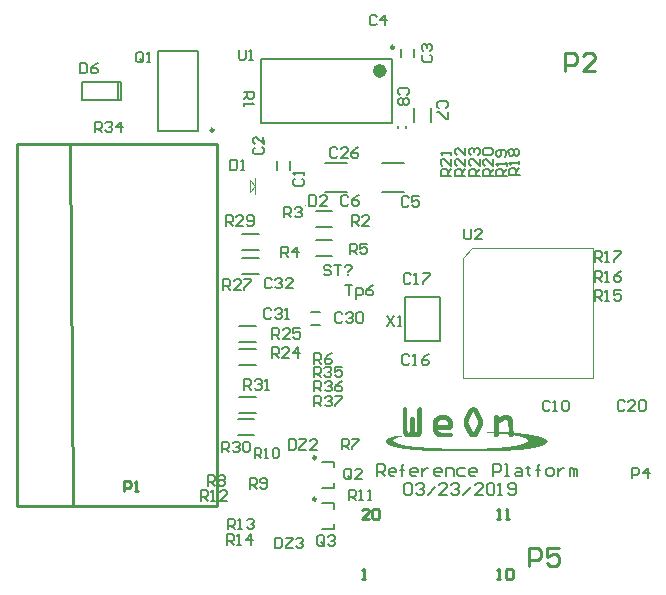
<source format=gto>
G04*
G04 #@! TF.GenerationSoftware,Altium Limited,Altium Designer,19.0.4 (130)*
G04*
G04 Layer_Color=65535*
%FSLAX25Y25*%
%MOIN*%
G70*
G01*
G75*
%ADD10C,0.00984*%
%ADD11C,0.02362*%
%ADD12C,0.00394*%
%ADD13C,0.00787*%
%ADD14C,0.00030*%
%ADD15C,0.01000*%
%ADD16C,0.00700*%
%ADD17C,0.00600*%
D10*
X124213Y44291D02*
G03*
X124213Y44291I-492J0D01*
G01*
X124251Y30512D02*
G03*
X124251Y30512I-492J0D01*
G01*
X150235Y181102D02*
G03*
X150235Y181102I-492J0D01*
G01*
X90059Y153543D02*
G03*
X90059Y153543I-492J0D01*
G01*
D11*
X146692Y173228D02*
G03*
X146692Y173228I-1181J0D01*
G01*
D12*
X110138Y130905D02*
G03*
X110138Y130905I-197J0D01*
G01*
X120728Y128421D02*
G03*
X120728Y128421I-197J0D01*
G01*
X104035Y132087D02*
Y137598D01*
X102067Y132874D02*
X104035Y134843D01*
X102067Y132874D02*
Y136811D01*
X104035Y134843D01*
X173228Y111024D02*
X176378Y114173D01*
X173228Y70866D02*
Y111024D01*
Y70866D02*
X216535D01*
Y114173D01*
X176378D02*
X216535D01*
D13*
X122676Y92913D02*
X125432D01*
X122676Y88583D02*
X125432D01*
X111357Y140354D02*
Y143110D01*
X115688Y140354D02*
Y143110D01*
X130217Y34252D02*
Y36024D01*
X126279Y34252D02*
X130217D01*
Y41142D02*
Y42913D01*
X126279D02*
X130217D01*
X130255Y20472D02*
Y22244D01*
X126318Y20472D02*
X130255D01*
Y27362D02*
Y29134D01*
X126318D02*
X130255D01*
X98134Y51842D02*
X103646D01*
X98134Y57157D02*
X103646D01*
X98622Y64665D02*
X104134D01*
X98622Y59350D02*
X104134D01*
X98622Y75098D02*
X104134D01*
X98622Y80413D02*
X104134D01*
X98622Y88287D02*
X104134D01*
X98622Y82972D02*
X104134D01*
X99606Y105610D02*
X105118D01*
X99606Y110925D02*
X105118D01*
X99606Y118799D02*
X105118D01*
X99606Y113484D02*
X105118D01*
X124213Y121358D02*
X129724D01*
X124213Y126673D02*
X129724D01*
X124213Y116831D02*
X129724D01*
X124213Y111516D02*
X129724D01*
X127204Y132972D02*
X134684D01*
X127204Y142618D02*
X134684D01*
X146200Y142618D02*
X153680D01*
X146200Y132973D02*
X153680D01*
X151712Y154331D02*
Y154724D01*
X154074Y154331D02*
Y154724D01*
X162637Y156102D02*
Y160827D01*
X156928Y156102D02*
Y160827D01*
X152696Y177756D02*
Y180512D01*
X157027Y177756D02*
Y180512D01*
X105747Y155905D02*
Y177165D01*
X149448Y155905D02*
Y177165D01*
X105747Y155905D02*
X149448D01*
X105747Y177165D02*
X149448D01*
X71457Y179724D02*
X84842D01*
X71457Y153347D02*
X84842D01*
X71457D02*
Y179724D01*
X84842Y153347D02*
Y179724D01*
X59362Y163535D02*
Y169535D01*
X58362Y163535D02*
Y169535D01*
X46362Y163535D02*
X59362D01*
X46362D02*
Y169535D01*
X59362D01*
X153975Y97736D02*
X165589D01*
X153975Y83366D02*
Y97736D01*
X165589Y83366D02*
Y97736D01*
X153975Y83366D02*
X165589D01*
D14*
X153620Y61093D02*
X153919D01*
X158539D02*
X158839D01*
X176269D02*
X176750D01*
X153529Y61063D02*
X154009D01*
X158449D02*
X158929D01*
X176090D02*
X176929D01*
X153470Y61033D02*
X154069D01*
X158389D02*
X158990D01*
X175970D02*
X177020D01*
X153409Y61003D02*
X154129D01*
X158329D02*
X159049D01*
X175909D02*
X177109D01*
X153379Y60973D02*
X154159D01*
X158300D02*
X159079D01*
X175820D02*
X177199D01*
X153349Y60943D02*
X154190D01*
X158270D02*
X159109D01*
X175759D02*
X177259D01*
X153320Y60913D02*
X154219D01*
X158239D02*
X159140D01*
X175699D02*
X177289D01*
X153289Y60883D02*
X154250D01*
X158209D02*
X159169D01*
X175670D02*
X177349D01*
X153259Y60853D02*
X154279D01*
X158179D02*
X159200D01*
X175609D02*
X177379D01*
X153229Y60823D02*
X154279D01*
X158179D02*
X159200D01*
X175579D02*
X177439D01*
X153229Y60793D02*
X154309D01*
X158150D02*
X159229D01*
X175549D02*
X177470D01*
X153200Y60763D02*
X154309D01*
X158150D02*
X159259D01*
X175520D02*
X177499D01*
X153200Y60733D02*
X154340D01*
X158119D02*
X159259D01*
X175489D02*
X177529D01*
X153200Y60703D02*
X154340D01*
X158119D02*
X159259D01*
X175459D02*
X177559D01*
X153170Y60673D02*
X154369D01*
X158089D02*
X159290D01*
X175429D02*
X177589D01*
X153170Y60643D02*
X154369D01*
X158089D02*
X159290D01*
X175399D02*
X177620D01*
X153170Y60613D02*
X154369D01*
X158089D02*
X159290D01*
X175370D02*
X177649D01*
X153170Y60583D02*
X154369D01*
X158089D02*
X159290D01*
X175339D02*
X177679D01*
X153139Y60553D02*
X154400D01*
X158059D02*
X159319D01*
X175309D02*
X177709D01*
X153139Y60523D02*
X154400D01*
X158059D02*
X159319D01*
X175279D02*
X177740D01*
X153139Y60493D02*
X154400D01*
X158059D02*
X159319D01*
X175279D02*
X177740D01*
X153139Y60463D02*
X154400D01*
X158059D02*
X159319D01*
X175250D02*
X177769D01*
X153139Y60433D02*
X154400D01*
X158059D02*
X159319D01*
X175220D02*
X177799D01*
X153139Y60403D02*
X154400D01*
X158059D02*
X159319D01*
X175189D02*
X177799D01*
X153139Y60373D02*
X154400D01*
X158059D02*
X159319D01*
X175189D02*
X177829D01*
X153139Y60343D02*
X154400D01*
X158059D02*
X159319D01*
X175159D02*
X177859D01*
X153139Y60313D02*
X154400D01*
X158059D02*
X159319D01*
X175129D02*
X177859D01*
X153139Y60283D02*
X154400D01*
X158059D02*
X159319D01*
X175129D02*
X177890D01*
X153139Y60253D02*
X154400D01*
X158059D02*
X159319D01*
X175100D02*
X177919D01*
X153139Y60223D02*
X154400D01*
X158059D02*
X159319D01*
X175100D02*
X177919D01*
X153139Y60193D02*
X154400D01*
X158059D02*
X159319D01*
X175069D02*
X177950D01*
X153139Y60163D02*
X154400D01*
X158059D02*
X159319D01*
X175040D02*
X177950D01*
X153139Y60133D02*
X154400D01*
X158059D02*
X159319D01*
X175040D02*
X177979D01*
X153139Y60103D02*
X154400D01*
X158059D02*
X159319D01*
X175009D02*
X178009D01*
X153139Y60073D02*
X154400D01*
X158059D02*
X159319D01*
X175009D02*
X178009D01*
X153139Y60043D02*
X154400D01*
X158059D02*
X159319D01*
X174979D02*
X178040D01*
X153139Y60013D02*
X154400D01*
X158059D02*
X159319D01*
X174979D02*
X178040D01*
X153139Y59983D02*
X154400D01*
X158059D02*
X159319D01*
X174950D02*
X178069D01*
X153139Y59953D02*
X154400D01*
X158059D02*
X159319D01*
X174950D02*
X178069D01*
X153139Y59923D02*
X154400D01*
X158059D02*
X159319D01*
X174919D02*
X178100D01*
X153139Y59893D02*
X154400D01*
X158059D02*
X159319D01*
X174919D02*
X178100D01*
X153139Y59863D02*
X154400D01*
X158059D02*
X159319D01*
X174890D02*
X178129D01*
X153139Y59833D02*
X154400D01*
X158059D02*
X159319D01*
X174890D02*
X176419D01*
X176629D02*
X178129D01*
X153139Y59803D02*
X154400D01*
X158059D02*
X159319D01*
X174859D02*
X176359D01*
X176690D02*
X178159D01*
X153139Y59773D02*
X154400D01*
X158059D02*
X159319D01*
X174859D02*
X176300D01*
X176719D02*
X178159D01*
X153139Y59743D02*
X154400D01*
X158059D02*
X159319D01*
X174829D02*
X176269D01*
X176750D02*
X178190D01*
X153139Y59713D02*
X154400D01*
X158059D02*
X159319D01*
X174829D02*
X176240D01*
X176779D02*
X178190D01*
X153139Y59683D02*
X154400D01*
X158059D02*
X159319D01*
X174800D02*
X176209D01*
X176779D02*
X178219D01*
X153139Y59653D02*
X154400D01*
X158059D02*
X159319D01*
X174800D02*
X176179D01*
X176809D02*
X178219D01*
X153139Y59623D02*
X154400D01*
X158059D02*
X159319D01*
X174769D02*
X176179D01*
X176839D02*
X178250D01*
X153139Y59593D02*
X154400D01*
X158059D02*
X159319D01*
X174769D02*
X176149D01*
X176839D02*
X178250D01*
X153139Y59563D02*
X154400D01*
X158059D02*
X159319D01*
X174740D02*
X176149D01*
X176869D02*
X178279D01*
X153139Y59533D02*
X154400D01*
X158059D02*
X159319D01*
X174740D02*
X176119D01*
X176869D02*
X178279D01*
X153139Y59503D02*
X154400D01*
X158059D02*
X159319D01*
X174709D02*
X176119D01*
X176900D02*
X178309D01*
X153139Y59473D02*
X154400D01*
X158059D02*
X159319D01*
X174709D02*
X176090D01*
X176900D02*
X178309D01*
X153139Y59443D02*
X154400D01*
X158059D02*
X159319D01*
X174679D02*
X176090D01*
X176929D02*
X178340D01*
X153139Y59413D02*
X154400D01*
X158059D02*
X159319D01*
X174679D02*
X176059D01*
X176929D02*
X178340D01*
X153139Y59383D02*
X154400D01*
X158059D02*
X159319D01*
X174650D02*
X176059D01*
X176959D02*
X178369D01*
X153139Y59353D02*
X154400D01*
X158059D02*
X159319D01*
X174650D02*
X176029D01*
X176959D02*
X178369D01*
X153139Y59323D02*
X154400D01*
X158059D02*
X159319D01*
X174619D02*
X176029D01*
X176989D02*
X178400D01*
X153139Y59293D02*
X154400D01*
X158059D02*
X159319D01*
X174619D02*
X175999D01*
X176989D02*
X178400D01*
X153139Y59263D02*
X154400D01*
X158059D02*
X159319D01*
X174590D02*
X175999D01*
X177020D02*
X178429D01*
X153139Y59233D02*
X154400D01*
X158059D02*
X159319D01*
X174590D02*
X175970D01*
X177020D02*
X178429D01*
X153139Y59203D02*
X154400D01*
X158059D02*
X159319D01*
X174559D02*
X175970D01*
X177050D02*
X178459D01*
X153139Y59173D02*
X154400D01*
X158059D02*
X159319D01*
X174559D02*
X175940D01*
X177050D02*
X178459D01*
X153139Y59143D02*
X154400D01*
X158059D02*
X159319D01*
X174529D02*
X175940D01*
X177079D02*
X178489D01*
X153139Y59113D02*
X154400D01*
X158059D02*
X159319D01*
X174529D02*
X175909D01*
X177079D02*
X178489D01*
X153139Y59083D02*
X154400D01*
X158059D02*
X159319D01*
X174499D02*
X175909D01*
X177109D02*
X178519D01*
X153139Y59053D02*
X154400D01*
X158059D02*
X159319D01*
X174499D02*
X175879D01*
X177109D02*
X178519D01*
X153139Y59023D02*
X154400D01*
X158059D02*
X159319D01*
X174469D02*
X175879D01*
X177139D02*
X178550D01*
X153139Y58993D02*
X154400D01*
X158059D02*
X159319D01*
X174469D02*
X175849D01*
X177139D02*
X178550D01*
X153139Y58963D02*
X154400D01*
X158059D02*
X159319D01*
X174440D02*
X175849D01*
X177170D02*
X178579D01*
X153139Y58933D02*
X154400D01*
X158059D02*
X159319D01*
X174440D02*
X175820D01*
X177170D02*
X178579D01*
X153139Y58903D02*
X154400D01*
X158059D02*
X159319D01*
X174409D02*
X175820D01*
X177199D02*
X178609D01*
X153139Y58873D02*
X154400D01*
X158059D02*
X159319D01*
X174409D02*
X175789D01*
X177199D02*
X178609D01*
X153139Y58843D02*
X154400D01*
X158059D02*
X159319D01*
X174379D02*
X175789D01*
X177229D02*
X178639D01*
X153139Y58813D02*
X154400D01*
X158059D02*
X159319D01*
X174379D02*
X175759D01*
X177229D02*
X178639D01*
X153139Y58783D02*
X154400D01*
X158059D02*
X159319D01*
X174349D02*
X175759D01*
X177259D02*
X178670D01*
X153139Y58753D02*
X154400D01*
X158059D02*
X159319D01*
X174349D02*
X175729D01*
X177259D02*
X178670D01*
X153139Y58723D02*
X154400D01*
X158059D02*
X159319D01*
X174320D02*
X175729D01*
X177289D02*
X178700D01*
X153139Y58693D02*
X154400D01*
X158059D02*
X159319D01*
X174290D02*
X175699D01*
X177289D02*
X178729D01*
X153139Y58663D02*
X154400D01*
X158059D02*
X159319D01*
X174290D02*
X175699D01*
X177320D02*
X178729D01*
X153139Y58633D02*
X154400D01*
X158059D02*
X159319D01*
X174259D02*
X175670D01*
X177349D02*
X178759D01*
X153139Y58603D02*
X154400D01*
X158059D02*
X159319D01*
X174259D02*
X175670D01*
X177349D02*
X178759D01*
X153139Y58573D02*
X154400D01*
X158059D02*
X159319D01*
X174229D02*
X175639D01*
X177379D02*
X178789D01*
X153139Y58543D02*
X154400D01*
X158059D02*
X159319D01*
X174229D02*
X175639D01*
X177379D02*
X178789D01*
X153139Y58513D02*
X154400D01*
X158059D02*
X159319D01*
X174199D02*
X175609D01*
X177409D02*
X178820D01*
X153139Y58483D02*
X154400D01*
X158059D02*
X159319D01*
X174199D02*
X175609D01*
X177409D02*
X178820D01*
X153139Y58453D02*
X154400D01*
X158059D02*
X159319D01*
X165439D02*
X167270D01*
X174170D02*
X175579D01*
X177439D02*
X178849D01*
X184070D02*
X184370D01*
X186890D02*
X187999D01*
X153139Y58423D02*
X154400D01*
X158059D02*
X159319D01*
X165289D02*
X167449D01*
X174170D02*
X175579D01*
X177439D02*
X178849D01*
X183979D02*
X184459D01*
X186709D02*
X188179D01*
X153139Y58393D02*
X154400D01*
X158059D02*
X159319D01*
X165170D02*
X167569D01*
X174139D02*
X175549D01*
X177470D02*
X178879D01*
X183920D02*
X184520D01*
X186590D02*
X188329D01*
X153139Y58363D02*
X154400D01*
X158059D02*
X159319D01*
X165079D02*
X167659D01*
X174139D02*
X175549D01*
X177470D02*
X178879D01*
X183859D02*
X184579D01*
X186500D02*
X188419D01*
X153139Y58333D02*
X154400D01*
X158059D02*
X159319D01*
X164989D02*
X167750D01*
X174109D02*
X175520D01*
X177499D02*
X178909D01*
X183829D02*
X184609D01*
X186409D02*
X188509D01*
X153139Y58303D02*
X154400D01*
X158059D02*
X159319D01*
X164929D02*
X167809D01*
X174109D02*
X175520D01*
X177499D02*
X178909D01*
X183800D02*
X184640D01*
X186319D02*
X188569D01*
X153139Y58273D02*
X154400D01*
X158059D02*
X159319D01*
X164869D02*
X167869D01*
X174079D02*
X175489D01*
X177529D02*
X178939D01*
X183770D02*
X184669D01*
X186259D02*
X188629D01*
X153139Y58243D02*
X154400D01*
X158059D02*
X159319D01*
X164809D02*
X167929D01*
X174079D02*
X175459D01*
X177529D02*
X178939D01*
X183739D02*
X184699D01*
X186199D02*
X188689D01*
X153139Y58213D02*
X154400D01*
X158059D02*
X159319D01*
X164750D02*
X167990D01*
X174049D02*
X175459D01*
X177559D02*
X178970D01*
X183709D02*
X184729D01*
X186140D02*
X188750D01*
X153139Y58183D02*
X154400D01*
X158059D02*
X159319D01*
X164690D02*
X168019D01*
X174049D02*
X175429D01*
X177559D02*
X178970D01*
X183679D02*
X184729D01*
X186079D02*
X188779D01*
X153139Y58153D02*
X154400D01*
X158059D02*
X159319D01*
X164659D02*
X168079D01*
X174020D02*
X175429D01*
X177589D02*
X178999D01*
X183679D02*
X184759D01*
X186020D02*
X188839D01*
X153139Y58123D02*
X154400D01*
X158059D02*
X159319D01*
X164600D02*
X168109D01*
X174020D02*
X175399D01*
X177589D02*
X178999D01*
X183650D02*
X184759D01*
X185959D02*
X188870D01*
X153139Y58093D02*
X154400D01*
X158059D02*
X159319D01*
X164569D02*
X168169D01*
X173989D02*
X175399D01*
X177620D02*
X179029D01*
X183650D02*
X184790D01*
X185899D02*
X188900D01*
X153139Y58063D02*
X154400D01*
X158059D02*
X159319D01*
X164540D02*
X168200D01*
X173989D02*
X175370D01*
X177620D02*
X179029D01*
X183650D02*
X184790D01*
X185870D02*
X188959D01*
X153139Y58033D02*
X154400D01*
X158059D02*
X159319D01*
X164479D02*
X168259D01*
X173959D02*
X175370D01*
X177649D02*
X179059D01*
X183619D02*
X184819D01*
X185809D02*
X188989D01*
X153139Y58003D02*
X154400D01*
X158059D02*
X159319D01*
X164450D02*
X168289D01*
X173959D02*
X175339D01*
X177649D02*
X179059D01*
X183619D02*
X184819D01*
X185779D02*
X189020D01*
X153139Y57973D02*
X154400D01*
X158059D02*
X159319D01*
X164419D02*
X168319D01*
X173929D02*
X175339D01*
X177679D02*
X179089D01*
X183619D02*
X184819D01*
X185720D02*
X189049D01*
X153139Y57943D02*
X154400D01*
X158059D02*
X159319D01*
X164390D02*
X168350D01*
X173929D02*
X175309D01*
X177679D02*
X179089D01*
X183619D02*
X184819D01*
X185689D02*
X189079D01*
X153139Y57913D02*
X154400D01*
X156079D02*
X156379D01*
X158059D02*
X159319D01*
X164329D02*
X168409D01*
X173899D02*
X175309D01*
X177709D02*
X179120D01*
X183589D02*
X184850D01*
X185629D02*
X189109D01*
X153139Y57883D02*
X154400D01*
X155990D02*
X156470D01*
X158059D02*
X159319D01*
X164299D02*
X168439D01*
X173899D02*
X175279D01*
X177709D02*
X179120D01*
X183589D02*
X184850D01*
X185600D02*
X189109D01*
X153139Y57853D02*
X154400D01*
X155900D02*
X156529D01*
X158059D02*
X159319D01*
X164269D02*
X168470D01*
X173870D02*
X175279D01*
X177740D02*
X179149D01*
X183589D02*
X184850D01*
X185539D02*
X189139D01*
X153139Y57823D02*
X154400D01*
X155869D02*
X156589D01*
X158059D02*
X159319D01*
X164240D02*
X168500D01*
X173870D02*
X175250D01*
X177740D02*
X179149D01*
X183589D02*
X184850D01*
X185509D02*
X189170D01*
X153139Y57793D02*
X154400D01*
X155840D02*
X156620D01*
X158059D02*
X159319D01*
X164179D02*
X168559D01*
X173839D02*
X175250D01*
X177769D02*
X179179D01*
X183589D02*
X184850D01*
X185450D02*
X189199D01*
X153139Y57763D02*
X154400D01*
X155779D02*
X156649D01*
X158059D02*
X159319D01*
X164149D02*
X168589D01*
X173839D02*
X175220D01*
X177769D02*
X179179D01*
X183589D02*
X184850D01*
X185419D02*
X189199D01*
X153139Y57733D02*
X154400D01*
X155749D02*
X156679D01*
X158059D02*
X159319D01*
X164120D02*
X168620D01*
X173809D02*
X175220D01*
X177799D02*
X179209D01*
X183589D02*
X184850D01*
X185359D02*
X189229D01*
X153139Y57703D02*
X154400D01*
X155749D02*
X156709D01*
X158059D02*
X159319D01*
X164090D02*
X168649D01*
X173809D02*
X175189D01*
X177799D02*
X179209D01*
X183589D02*
X184850D01*
X185329D02*
X189259D01*
X153139Y57673D02*
X154400D01*
X155719D02*
X156739D01*
X158059D02*
X159319D01*
X164029D02*
X168709D01*
X173779D02*
X175189D01*
X177829D02*
X179239D01*
X183589D02*
X184850D01*
X185269D02*
X189259D01*
X153139Y57643D02*
X154400D01*
X155690D02*
X156770D01*
X158059D02*
X159319D01*
X163999D02*
X168739D01*
X173779D02*
X175159D01*
X177829D02*
X179239D01*
X183589D02*
X184850D01*
X185240D02*
X189289D01*
X153139Y57613D02*
X154400D01*
X155690D02*
X156770D01*
X158059D02*
X159319D01*
X163970D02*
X168770D01*
X173749D02*
X175159D01*
X177859D02*
X179270D01*
X183589D02*
X184850D01*
X185179D02*
X189289D01*
X153139Y57583D02*
X154400D01*
X155659D02*
X156799D01*
X158059D02*
X159319D01*
X163909D02*
X168799D01*
X173749D02*
X175129D01*
X177859D02*
X179270D01*
X183589D02*
X184850D01*
X185150D02*
X189320D01*
X153139Y57553D02*
X154400D01*
X155659D02*
X156799D01*
X158059D02*
X159319D01*
X163879D02*
X168859D01*
X173720D02*
X175129D01*
X177890D02*
X179299D01*
X183589D02*
X184850D01*
X185090D02*
X189320D01*
X153139Y57523D02*
X154400D01*
X155629D02*
X156799D01*
X158059D02*
X159319D01*
X163849D02*
X168889D01*
X173720D02*
X175100D01*
X177890D02*
X179299D01*
X183589D02*
X184850D01*
X185059D02*
X189349D01*
X153139Y57493D02*
X154400D01*
X155629D02*
X156829D01*
X158059D02*
X159319D01*
X163820D02*
X168920D01*
X173689D02*
X175100D01*
X177919D02*
X179329D01*
X183589D02*
X184850D01*
X185000D02*
X189349D01*
X153139Y57463D02*
X154400D01*
X155629D02*
X156829D01*
X158059D02*
X159319D01*
X163789D02*
X168949D01*
X173689D02*
X175069D01*
X177919D02*
X179329D01*
X183589D02*
X184850D01*
X184969D02*
X189379D01*
X153139Y57433D02*
X154400D01*
X155629D02*
X156829D01*
X158059D02*
X159319D01*
X163759D02*
X168979D01*
X173659D02*
X175069D01*
X177950D02*
X179359D01*
X183589D02*
X184850D01*
X184940D02*
X189379D01*
X153139Y57403D02*
X154400D01*
X155599D02*
X156859D01*
X158059D02*
X159319D01*
X163729D02*
X168979D01*
X173659D02*
X175040D01*
X177950D02*
X179359D01*
X183589D02*
X184850D01*
X184879D02*
X189379D01*
X153139Y57373D02*
X154400D01*
X155599D02*
X156859D01*
X158059D02*
X159319D01*
X163729D02*
X169009D01*
X173629D02*
X175040D01*
X177979D02*
X179390D01*
X183589D02*
X189409D01*
X153139Y57343D02*
X154400D01*
X155599D02*
X156859D01*
X158059D02*
X159319D01*
X163699D02*
X169039D01*
X173629D02*
X175009D01*
X178009D02*
X179390D01*
X183589D02*
X189409D01*
X153139Y57313D02*
X154400D01*
X155599D02*
X156859D01*
X158059D02*
X159319D01*
X163670D02*
X169070D01*
X173600D02*
X175009D01*
X178009D02*
X179420D01*
X183589D02*
X189439D01*
X153139Y57283D02*
X154400D01*
X155599D02*
X156859D01*
X158059D02*
X159319D01*
X163639D02*
X169099D01*
X173600D02*
X174979D01*
X178040D02*
X179420D01*
X183589D02*
X189439D01*
X153139Y57253D02*
X154400D01*
X155599D02*
X156859D01*
X158059D02*
X159319D01*
X163609D02*
X169099D01*
X173600D02*
X174979D01*
X178040D02*
X179420D01*
X183589D02*
X189439D01*
X153139Y57223D02*
X154400D01*
X155599D02*
X156859D01*
X158059D02*
X159319D01*
X163609D02*
X165559D01*
X167179D02*
X169129D01*
X173570D02*
X174950D01*
X178069D02*
X179449D01*
X183589D02*
X189470D01*
X153139Y57193D02*
X154400D01*
X155599D02*
X156859D01*
X158059D02*
X159319D01*
X163579D02*
X165470D01*
X167270D02*
X169159D01*
X173570D02*
X174950D01*
X178069D02*
X179449D01*
X183589D02*
X187009D01*
X187759D02*
X189470D01*
X153139Y57163D02*
X154400D01*
X155599D02*
X156859D01*
X158059D02*
X159319D01*
X163579D02*
X165409D01*
X167329D02*
X169159D01*
X173539D02*
X174919D01*
X178100D02*
X179449D01*
X183589D02*
X186890D01*
X187849D02*
X189470D01*
X153139Y57133D02*
X154400D01*
X155599D02*
X156859D01*
X158059D02*
X159319D01*
X163549D02*
X165379D01*
X167359D02*
X169190D01*
X173539D02*
X174919D01*
X178100D02*
X179479D01*
X183589D02*
X186800D01*
X187940D02*
X189470D01*
X153139Y57103D02*
X154400D01*
X155599D02*
X156859D01*
X158059D02*
X159319D01*
X163520D02*
X165320D01*
X167420D02*
X169190D01*
X173539D02*
X174890D01*
X178129D02*
X179479D01*
X183589D02*
X186740D01*
X187999D02*
X189499D01*
X153139Y57073D02*
X154400D01*
X155599D02*
X156859D01*
X158059D02*
X159319D01*
X163520D02*
X165289D01*
X167449D02*
X169220D01*
X173539D02*
X174890D01*
X178129D02*
X179479D01*
X183589D02*
X186679D01*
X188029D02*
X189499D01*
X153139Y57043D02*
X154400D01*
X155599D02*
X156859D01*
X158059D02*
X159319D01*
X163489D02*
X165259D01*
X167479D02*
X169249D01*
X173509D02*
X174859D01*
X178159D02*
X179509D01*
X183589D02*
X186619D01*
X188059D02*
X189499D01*
X153139Y57013D02*
X154400D01*
X155599D02*
X156859D01*
X158059D02*
X159319D01*
X163489D02*
X165199D01*
X167509D02*
X169249D01*
X173509D02*
X174859D01*
X178159D02*
X179509D01*
X183589D02*
X186559D01*
X188090D02*
X189499D01*
X153139Y56983D02*
X154400D01*
X155599D02*
X156859D01*
X158059D02*
X159319D01*
X163459D02*
X165170D01*
X167569D02*
X169279D01*
X173509D02*
X174829D01*
X178190D02*
X179509D01*
X183589D02*
X186500D01*
X188119D02*
X189529D01*
X153139Y56953D02*
X154400D01*
X155599D02*
X156859D01*
X158059D02*
X159319D01*
X163459D02*
X165139D01*
X167599D02*
X169279D01*
X173509D02*
X174829D01*
X178190D02*
X179509D01*
X183589D02*
X186440D01*
X188149D02*
X189529D01*
X153139Y56923D02*
X154400D01*
X155599D02*
X156859D01*
X158059D02*
X159319D01*
X163429D02*
X165109D01*
X167629D02*
X169309D01*
X173479D02*
X174800D01*
X178219D02*
X179540D01*
X183589D02*
X186409D01*
X188179D02*
X189529D01*
X153139Y56893D02*
X154400D01*
X155599D02*
X156859D01*
X158059D02*
X159319D01*
X163429D02*
X165079D01*
X167659D02*
X169309D01*
X173479D02*
X174800D01*
X178219D02*
X179540D01*
X183589D02*
X186349D01*
X188179D02*
X189529D01*
X153139Y56863D02*
X154400D01*
X155599D02*
X156859D01*
X158059D02*
X159319D01*
X163429D02*
X165020D01*
X167690D02*
X169309D01*
X173479D02*
X174769D01*
X178250D02*
X179540D01*
X183589D02*
X186290D01*
X188209D02*
X189559D01*
X153139Y56833D02*
X154400D01*
X155599D02*
X156859D01*
X158059D02*
X159319D01*
X163400D02*
X164989D01*
X167750D02*
X169340D01*
X173479D02*
X174769D01*
X178250D02*
X179540D01*
X183589D02*
X186259D01*
X188209D02*
X189559D01*
X153139Y56803D02*
X154400D01*
X155599D02*
X156859D01*
X158059D02*
X159319D01*
X163400D02*
X164959D01*
X167779D02*
X169340D01*
X173479D02*
X174769D01*
X178250D02*
X179540D01*
X183589D02*
X186199D01*
X188240D02*
X189559D01*
X153139Y56773D02*
X154400D01*
X155599D02*
X156859D01*
X158059D02*
X159319D01*
X163370D02*
X164929D01*
X167809D02*
X169369D01*
X173450D02*
X174740D01*
X178279D02*
X179569D01*
X183589D02*
X186170D01*
X188240D02*
X189559D01*
X153139Y56743D02*
X154400D01*
X155599D02*
X156859D01*
X158059D02*
X159319D01*
X163370D02*
X164900D01*
X167840D02*
X169369D01*
X173450D02*
X174740D01*
X178279D02*
X179569D01*
X183589D02*
X186109D01*
X188269D02*
X189559D01*
X153139Y56713D02*
X154400D01*
X155599D02*
X156859D01*
X158059D02*
X159319D01*
X163370D02*
X164869D01*
X167869D02*
X169369D01*
X173450D02*
X174740D01*
X178279D02*
X179569D01*
X183589D02*
X186079D01*
X188269D02*
X189559D01*
X153139Y56683D02*
X154400D01*
X155599D02*
X156859D01*
X158059D02*
X159319D01*
X163339D02*
X164809D01*
X167929D02*
X169369D01*
X173450D02*
X174740D01*
X178279D02*
X179569D01*
X183589D02*
X186020D01*
X188269D02*
X189590D01*
X153139Y56653D02*
X154400D01*
X155599D02*
X156859D01*
X158059D02*
X159319D01*
X163339D02*
X164779D01*
X167959D02*
X169399D01*
X173450D02*
X174709D01*
X178309D02*
X179569D01*
X183589D02*
X185989D01*
X188300D02*
X189590D01*
X153139Y56623D02*
X154400D01*
X155599D02*
X156859D01*
X158059D02*
X159319D01*
X163339D02*
X164750D01*
X167990D02*
X169399D01*
X173450D02*
X174709D01*
X178309D02*
X179569D01*
X183589D02*
X185929D01*
X188300D02*
X189590D01*
X153139Y56593D02*
X154400D01*
X155599D02*
X156859D01*
X158059D02*
X159319D01*
X163339D02*
X164719D01*
X168019D02*
X169399D01*
X173450D02*
X174709D01*
X178309D02*
X179569D01*
X183589D02*
X185899D01*
X188300D02*
X189590D01*
X153139Y56563D02*
X154400D01*
X155599D02*
X156859D01*
X158059D02*
X159319D01*
X163309D02*
X164690D01*
X168050D02*
X169429D01*
X173419D02*
X174709D01*
X178309D02*
X179599D01*
X183589D02*
X185839D01*
X188300D02*
X189590D01*
X153139Y56533D02*
X154400D01*
X155599D02*
X156859D01*
X158059D02*
X159319D01*
X163309D02*
X164659D01*
X168079D02*
X169429D01*
X173419D02*
X174709D01*
X178309D02*
X179599D01*
X183589D02*
X185809D01*
X188329D02*
X189590D01*
X153139Y56503D02*
X154400D01*
X155599D02*
X156859D01*
X158059D02*
X159319D01*
X163309D02*
X164629D01*
X168109D02*
X169429D01*
X173419D02*
X174709D01*
X178309D02*
X179599D01*
X183589D02*
X185749D01*
X188329D02*
X189590D01*
X153139Y56473D02*
X154400D01*
X155599D02*
X156859D01*
X158059D02*
X159319D01*
X163309D02*
X164629D01*
X168109D02*
X169429D01*
X173419D02*
X174679D01*
X178340D02*
X179599D01*
X183589D02*
X185720D01*
X188329D02*
X189590D01*
X153139Y56443D02*
X154400D01*
X155599D02*
X156859D01*
X158059D02*
X159319D01*
X163309D02*
X164600D01*
X168140D02*
X169429D01*
X173419D02*
X174679D01*
X178340D02*
X179599D01*
X183589D02*
X185659D01*
X188329D02*
X189590D01*
X153139Y56413D02*
X154400D01*
X155599D02*
X156859D01*
X158059D02*
X159319D01*
X163309D02*
X164600D01*
X168140D02*
X169429D01*
X173419D02*
X174679D01*
X178340D02*
X179599D01*
X183589D02*
X185629D01*
X188329D02*
X189590D01*
X153139Y56383D02*
X154400D01*
X155599D02*
X156859D01*
X158059D02*
X159319D01*
X163279D02*
X164569D01*
X168169D02*
X169459D01*
X173419D02*
X174679D01*
X178340D02*
X179599D01*
X183589D02*
X185570D01*
X188329D02*
X189620D01*
X153139Y56353D02*
X154400D01*
X155599D02*
X156859D01*
X158059D02*
X159319D01*
X163279D02*
X164569D01*
X168169D02*
X169459D01*
X173419D02*
X174679D01*
X178340D02*
X179599D01*
X183589D02*
X185539D01*
X188359D02*
X189620D01*
X153139Y56323D02*
X154400D01*
X155599D02*
X156859D01*
X158059D02*
X159319D01*
X163279D02*
X164569D01*
X168169D02*
X169459D01*
X173419D02*
X174679D01*
X178340D02*
X179599D01*
X183589D02*
X185479D01*
X188359D02*
X189620D01*
X153139Y56293D02*
X154400D01*
X155599D02*
X156859D01*
X158059D02*
X159319D01*
X163279D02*
X164540D01*
X168200D02*
X169459D01*
X173419D02*
X174679D01*
X178340D02*
X179599D01*
X183589D02*
X185450D01*
X188359D02*
X189620D01*
X153139Y56263D02*
X154400D01*
X155599D02*
X156859D01*
X158059D02*
X159319D01*
X163279D02*
X164540D01*
X168200D02*
X169459D01*
X173419D02*
X174679D01*
X178340D02*
X179599D01*
X183589D02*
X185389D01*
X188359D02*
X189620D01*
X153139Y56233D02*
X154400D01*
X155599D02*
X156859D01*
X158059D02*
X159319D01*
X163279D02*
X164540D01*
X168200D02*
X169459D01*
X173419D02*
X174679D01*
X178340D02*
X179599D01*
X183589D02*
X185359D01*
X188359D02*
X189620D01*
X153139Y56203D02*
X154400D01*
X155599D02*
X156859D01*
X158059D02*
X159319D01*
X163279D02*
X164540D01*
X168200D02*
X169459D01*
X173419D02*
X174679D01*
X178340D02*
X179599D01*
X183589D02*
X185300D01*
X188359D02*
X189620D01*
X153139Y56173D02*
X154400D01*
X155599D02*
X156859D01*
X158059D02*
X159319D01*
X163279D02*
X164540D01*
X168200D02*
X169459D01*
X173419D02*
X174679D01*
X178340D02*
X179599D01*
X183589D02*
X185269D01*
X188359D02*
X189620D01*
X153139Y56143D02*
X154400D01*
X155599D02*
X156859D01*
X158059D02*
X159319D01*
X163279D02*
X164540D01*
X168200D02*
X169459D01*
X173419D02*
X174679D01*
X178340D02*
X179599D01*
X183589D02*
X185209D01*
X188359D02*
X189620D01*
X153139Y56113D02*
X154400D01*
X155599D02*
X156859D01*
X158059D02*
X159319D01*
X163279D02*
X164540D01*
X168200D02*
X169459D01*
X173419D02*
X174679D01*
X178340D02*
X179599D01*
X183589D02*
X185179D01*
X188359D02*
X189620D01*
X153139Y56083D02*
X154400D01*
X155599D02*
X156859D01*
X158059D02*
X159319D01*
X163279D02*
X164540D01*
X168200D02*
X169459D01*
X173419D02*
X174679D01*
X178340D02*
X179599D01*
X183589D02*
X185119D01*
X188359D02*
X189620D01*
X153139Y56053D02*
X154400D01*
X155599D02*
X156859D01*
X158059D02*
X159319D01*
X163279D02*
X164540D01*
X168200D02*
X169459D01*
X173419D02*
X174679D01*
X178340D02*
X179599D01*
X183589D02*
X185090D01*
X188359D02*
X189620D01*
X153139Y56023D02*
X154400D01*
X155599D02*
X156859D01*
X158059D02*
X159319D01*
X163279D02*
X164540D01*
X168200D02*
X169459D01*
X173419D02*
X174709D01*
X178309D02*
X179599D01*
X183589D02*
X185029D01*
X188359D02*
X189620D01*
X153139Y55993D02*
X154400D01*
X155599D02*
X156859D01*
X158059D02*
X159319D01*
X163279D02*
X164540D01*
X168200D02*
X169459D01*
X173419D02*
X174709D01*
X178309D02*
X179599D01*
X183589D02*
X185000D01*
X188359D02*
X189620D01*
X153139Y55963D02*
X154400D01*
X155599D02*
X156859D01*
X158059D02*
X159319D01*
X163279D02*
X164540D01*
X168200D02*
X169459D01*
X173419D02*
X174709D01*
X178309D02*
X179599D01*
X183589D02*
X184940D01*
X188359D02*
X189620D01*
X153139Y55933D02*
X154400D01*
X155599D02*
X156859D01*
X158059D02*
X159319D01*
X163279D02*
X164540D01*
X168200D02*
X169459D01*
X173450D02*
X174709D01*
X178309D02*
X179569D01*
X183589D02*
X184909D01*
X188359D02*
X189620D01*
X153139Y55903D02*
X154400D01*
X155599D02*
X156859D01*
X158059D02*
X159319D01*
X163279D02*
X164540D01*
X168200D02*
X169459D01*
X173450D02*
X174709D01*
X178309D02*
X179569D01*
X183589D02*
X184850D01*
X188359D02*
X189620D01*
X153139Y55873D02*
X154400D01*
X155599D02*
X156859D01*
X158059D02*
X159319D01*
X163279D02*
X164540D01*
X168200D02*
X169459D01*
X173450D02*
X174709D01*
X178279D02*
X179569D01*
X183589D02*
X184850D01*
X188359D02*
X189620D01*
X153139Y55843D02*
X154400D01*
X155599D02*
X156859D01*
X158059D02*
X159319D01*
X163279D02*
X164540D01*
X168200D02*
X169459D01*
X173450D02*
X174740D01*
X178279D02*
X179569D01*
X183589D02*
X184850D01*
X188359D02*
X189620D01*
X153139Y55813D02*
X154400D01*
X155599D02*
X156859D01*
X158059D02*
X159319D01*
X163279D02*
X164540D01*
X168200D02*
X169459D01*
X173450D02*
X174740D01*
X178279D02*
X179569D01*
X183589D02*
X184850D01*
X188359D02*
X189620D01*
X153139Y55783D02*
X154400D01*
X155599D02*
X156859D01*
X158059D02*
X159319D01*
X163279D02*
X164540D01*
X168200D02*
X169459D01*
X173450D02*
X174740D01*
X178279D02*
X179569D01*
X183589D02*
X184850D01*
X188359D02*
X189620D01*
X153139Y55753D02*
X154400D01*
X155599D02*
X156859D01*
X158059D02*
X159319D01*
X163279D02*
X164540D01*
X168200D02*
X169459D01*
X173450D02*
X174740D01*
X178250D02*
X179569D01*
X183589D02*
X184850D01*
X188390D02*
X189620D01*
X153139Y55723D02*
X154400D01*
X155599D02*
X156859D01*
X158059D02*
X159319D01*
X163279D02*
X164540D01*
X168200D02*
X169459D01*
X173479D02*
X174769D01*
X178250D02*
X179540D01*
X183589D02*
X184850D01*
X188390D02*
X189649D01*
X153139Y55693D02*
X154400D01*
X155599D02*
X156859D01*
X158059D02*
X159319D01*
X163279D02*
X164540D01*
X168200D02*
X169459D01*
X173479D02*
X174769D01*
X178250D02*
X179540D01*
X183589D02*
X184850D01*
X188390D02*
X189649D01*
X153139Y55663D02*
X154400D01*
X155599D02*
X156859D01*
X158059D02*
X159319D01*
X163279D02*
X164540D01*
X168200D02*
X169459D01*
X173479D02*
X174769D01*
X178219D02*
X179540D01*
X183589D02*
X184850D01*
X188390D02*
X189649D01*
X153139Y55633D02*
X154400D01*
X155599D02*
X156859D01*
X158059D02*
X159319D01*
X163279D02*
X164540D01*
X168200D02*
X169459D01*
X173479D02*
X174800D01*
X178219D02*
X179540D01*
X183589D02*
X184850D01*
X188390D02*
X189649D01*
X153139Y55603D02*
X154400D01*
X155599D02*
X156859D01*
X158059D02*
X159319D01*
X163279D02*
X164540D01*
X168200D02*
X169459D01*
X173479D02*
X174800D01*
X178219D02*
X179540D01*
X183589D02*
X184850D01*
X188390D02*
X189649D01*
X153139Y55573D02*
X154400D01*
X155599D02*
X156859D01*
X158059D02*
X159319D01*
X163279D02*
X164540D01*
X168200D02*
X169459D01*
X173509D02*
X174829D01*
X178190D02*
X179509D01*
X183589D02*
X184850D01*
X188390D02*
X189649D01*
X153139Y55543D02*
X154400D01*
X155599D02*
X156859D01*
X158059D02*
X159319D01*
X163279D02*
X164540D01*
X168200D02*
X169459D01*
X173509D02*
X174829D01*
X178190D02*
X179509D01*
X183589D02*
X184850D01*
X188390D02*
X189649D01*
X153139Y55513D02*
X154400D01*
X155599D02*
X156859D01*
X158059D02*
X159319D01*
X163279D02*
X164540D01*
X168200D02*
X169459D01*
X173509D02*
X174859D01*
X178159D02*
X179509D01*
X183589D02*
X184850D01*
X188390D02*
X189649D01*
X153139Y55483D02*
X154400D01*
X155599D02*
X156859D01*
X158059D02*
X159319D01*
X163279D02*
X164540D01*
X168200D02*
X169459D01*
X173509D02*
X174859D01*
X178159D02*
X179509D01*
X183589D02*
X184850D01*
X188390D02*
X189649D01*
X153139Y55453D02*
X154400D01*
X155599D02*
X156859D01*
X158059D02*
X159319D01*
X163279D02*
X164540D01*
X168200D02*
X169459D01*
X173539D02*
X174890D01*
X178129D02*
X179479D01*
X183589D02*
X184850D01*
X188390D02*
X189649D01*
X153139Y55423D02*
X154400D01*
X155599D02*
X156859D01*
X158059D02*
X159319D01*
X163279D02*
X164540D01*
X168200D02*
X169459D01*
X173539D02*
X174890D01*
X178129D02*
X179479D01*
X183589D02*
X184850D01*
X188390D02*
X189649D01*
X153139Y55393D02*
X154400D01*
X155599D02*
X156859D01*
X158059D02*
X159319D01*
X163279D02*
X164540D01*
X168200D02*
X169459D01*
X173539D02*
X174919D01*
X178100D02*
X179479D01*
X183589D02*
X184850D01*
X188390D02*
X189649D01*
X153139Y55363D02*
X154400D01*
X155599D02*
X156859D01*
X158059D02*
X159319D01*
X163279D02*
X164540D01*
X168200D02*
X169459D01*
X173570D02*
X174919D01*
X178100D02*
X179449D01*
X183589D02*
X184850D01*
X188390D02*
X189649D01*
X153139Y55333D02*
X154400D01*
X155599D02*
X156859D01*
X158059D02*
X159319D01*
X163279D02*
X164540D01*
X168200D02*
X169459D01*
X173570D02*
X174950D01*
X178069D02*
X179449D01*
X183589D02*
X184850D01*
X188390D02*
X189649D01*
X153139Y55303D02*
X154400D01*
X155599D02*
X156859D01*
X158059D02*
X159319D01*
X163279D02*
X169459D01*
X173570D02*
X174950D01*
X178069D02*
X179449D01*
X183589D02*
X184850D01*
X188390D02*
X189649D01*
X153139Y55273D02*
X154400D01*
X155599D02*
X156859D01*
X158059D02*
X159319D01*
X163279D02*
X169459D01*
X173600D02*
X174979D01*
X178040D02*
X179420D01*
X183589D02*
X184850D01*
X188390D02*
X189649D01*
X153139Y55243D02*
X154400D01*
X155599D02*
X156859D01*
X158059D02*
X159319D01*
X163279D02*
X169459D01*
X173600D02*
X174979D01*
X178040D02*
X179420D01*
X183589D02*
X184850D01*
X188390D02*
X189649D01*
X153139Y55213D02*
X154400D01*
X155599D02*
X156859D01*
X158059D02*
X159319D01*
X163279D02*
X169459D01*
X173600D02*
X175009D01*
X178009D02*
X179420D01*
X183589D02*
X184850D01*
X188390D02*
X189649D01*
X153139Y55183D02*
X154400D01*
X155599D02*
X156859D01*
X158059D02*
X159319D01*
X163279D02*
X169459D01*
X173629D02*
X175009D01*
X178009D02*
X179390D01*
X183589D02*
X184850D01*
X188390D02*
X189649D01*
X153139Y55153D02*
X154400D01*
X155599D02*
X156859D01*
X158059D02*
X159319D01*
X163279D02*
X169459D01*
X173629D02*
X175040D01*
X177979D02*
X179390D01*
X183589D02*
X184850D01*
X188390D02*
X189649D01*
X153139Y55123D02*
X154400D01*
X155599D02*
X156859D01*
X158059D02*
X159319D01*
X163279D02*
X169459D01*
X173659D02*
X175040D01*
X177979D02*
X179359D01*
X183589D02*
X184850D01*
X188390D02*
X189649D01*
X153139Y55093D02*
X154400D01*
X155599D02*
X156859D01*
X158059D02*
X159319D01*
X163279D02*
X169459D01*
X173659D02*
X175069D01*
X177950D02*
X179359D01*
X183589D02*
X184850D01*
X188390D02*
X189649D01*
X153139Y55063D02*
X154400D01*
X155599D02*
X156859D01*
X158059D02*
X159319D01*
X163279D02*
X169459D01*
X173689D02*
X175069D01*
X177950D02*
X179329D01*
X183589D02*
X184850D01*
X188390D02*
X189649D01*
X153139Y55033D02*
X154400D01*
X155599D02*
X156859D01*
X158059D02*
X159319D01*
X163279D02*
X169459D01*
X173689D02*
X175100D01*
X177919D02*
X179329D01*
X183589D02*
X184850D01*
X188390D02*
X189649D01*
X153139Y55003D02*
X154400D01*
X155599D02*
X156859D01*
X158059D02*
X159319D01*
X163279D02*
X169459D01*
X173720D02*
X175100D01*
X177919D02*
X179299D01*
X183589D02*
X184850D01*
X188390D02*
X189649D01*
X153139Y54973D02*
X154400D01*
X155599D02*
X156859D01*
X158059D02*
X159319D01*
X163279D02*
X169459D01*
X173720D02*
X175129D01*
X177890D02*
X179299D01*
X183589D02*
X184850D01*
X188390D02*
X189649D01*
X153139Y54943D02*
X154400D01*
X155599D02*
X156859D01*
X158059D02*
X159319D01*
X163279D02*
X169459D01*
X173749D02*
X175159D01*
X177890D02*
X179270D01*
X183589D02*
X184850D01*
X188419D02*
X189649D01*
X153139Y54913D02*
X154400D01*
X155599D02*
X156859D01*
X158059D02*
X159319D01*
X163279D02*
X169459D01*
X173749D02*
X175159D01*
X177859D02*
X179270D01*
X183589D02*
X184850D01*
X188419D02*
X189679D01*
X153139Y54883D02*
X154400D01*
X155599D02*
X156859D01*
X158059D02*
X159319D01*
X163279D02*
X169459D01*
X173779D02*
X175189D01*
X177859D02*
X179239D01*
X183589D02*
X184850D01*
X188419D02*
X189679D01*
X153139Y54853D02*
X154400D01*
X155599D02*
X156859D01*
X158059D02*
X159319D01*
X163279D02*
X169459D01*
X173779D02*
X175189D01*
X177829D02*
X179239D01*
X183589D02*
X184850D01*
X188419D02*
X189679D01*
X153139Y54823D02*
X154400D01*
X155599D02*
X156859D01*
X158059D02*
X159319D01*
X163279D02*
X169459D01*
X173809D02*
X175220D01*
X177829D02*
X179209D01*
X183589D02*
X184850D01*
X188419D02*
X189679D01*
X153139Y54793D02*
X154400D01*
X155599D02*
X156859D01*
X158059D02*
X159319D01*
X163279D02*
X169459D01*
X173809D02*
X175220D01*
X177799D02*
X179209D01*
X183589D02*
X184850D01*
X188419D02*
X189679D01*
X153139Y54763D02*
X154400D01*
X155599D02*
X156859D01*
X158059D02*
X159319D01*
X163279D02*
X169459D01*
X173839D02*
X175250D01*
X177769D02*
X179179D01*
X183589D02*
X184850D01*
X188419D02*
X189679D01*
X153139Y54733D02*
X154400D01*
X155599D02*
X156859D01*
X158059D02*
X159319D01*
X163279D02*
X169459D01*
X173839D02*
X175250D01*
X177769D02*
X179179D01*
X183589D02*
X184850D01*
X188419D02*
X189679D01*
X153139Y54703D02*
X154400D01*
X155599D02*
X156859D01*
X158059D02*
X159319D01*
X163279D02*
X169459D01*
X173870D02*
X175279D01*
X177740D02*
X179149D01*
X183589D02*
X184850D01*
X188419D02*
X189679D01*
X153139Y54673D02*
X154400D01*
X155599D02*
X156859D01*
X158059D02*
X159319D01*
X163279D02*
X169459D01*
X173870D02*
X175279D01*
X177740D02*
X179149D01*
X183589D02*
X184850D01*
X188419D02*
X189679D01*
X153139Y54643D02*
X154400D01*
X155599D02*
X156859D01*
X158059D02*
X159319D01*
X163279D02*
X169459D01*
X173899D02*
X175309D01*
X177709D02*
X179120D01*
X183589D02*
X184850D01*
X188419D02*
X189679D01*
X153139Y54613D02*
X154400D01*
X155599D02*
X156859D01*
X158059D02*
X159319D01*
X163279D02*
X169459D01*
X173899D02*
X175309D01*
X177709D02*
X179120D01*
X183589D02*
X184850D01*
X188419D02*
X189679D01*
X153139Y54583D02*
X154400D01*
X155599D02*
X156859D01*
X158059D02*
X159319D01*
X163279D02*
X169459D01*
X173929D02*
X175339D01*
X177679D02*
X179089D01*
X183589D02*
X184850D01*
X188419D02*
X189679D01*
X153139Y54553D02*
X154400D01*
X155599D02*
X156859D01*
X158059D02*
X159319D01*
X163279D02*
X169459D01*
X173929D02*
X175339D01*
X177679D02*
X179089D01*
X183589D02*
X184850D01*
X188419D02*
X189679D01*
X153139Y54523D02*
X154400D01*
X155599D02*
X156859D01*
X158059D02*
X159319D01*
X163279D02*
X169459D01*
X173959D02*
X175370D01*
X177649D02*
X179059D01*
X183589D02*
X184850D01*
X188419D02*
X189679D01*
X153139Y54493D02*
X154400D01*
X155599D02*
X156859D01*
X158059D02*
X159319D01*
X163279D02*
X169429D01*
X173959D02*
X175370D01*
X177649D02*
X179059D01*
X183589D02*
X184850D01*
X188419D02*
X189679D01*
X153139Y54463D02*
X154400D01*
X155599D02*
X156859D01*
X158059D02*
X159319D01*
X163279D02*
X169429D01*
X173989D02*
X175399D01*
X177620D02*
X179029D01*
X183589D02*
X184850D01*
X188419D02*
X189679D01*
X153139Y54433D02*
X154400D01*
X155599D02*
X156859D01*
X158059D02*
X159319D01*
X163279D02*
X169429D01*
X173989D02*
X175399D01*
X177620D02*
X179029D01*
X183589D02*
X184850D01*
X188419D02*
X189679D01*
X153139Y54403D02*
X154400D01*
X155599D02*
X156859D01*
X158059D02*
X159319D01*
X163279D02*
X169399D01*
X174020D02*
X175429D01*
X177589D02*
X178999D01*
X183589D02*
X184850D01*
X188419D02*
X189679D01*
X153139Y54373D02*
X154400D01*
X155599D02*
X156859D01*
X158059D02*
X159319D01*
X163279D02*
X169399D01*
X174020D02*
X175429D01*
X177589D02*
X178999D01*
X183589D02*
X184850D01*
X188419D02*
X189679D01*
X153139Y54343D02*
X154400D01*
X155599D02*
X156859D01*
X158059D02*
X159319D01*
X163279D02*
X169369D01*
X174049D02*
X175459D01*
X177559D02*
X178970D01*
X183589D02*
X184850D01*
X188419D02*
X189679D01*
X153139Y54313D02*
X154400D01*
X155599D02*
X156859D01*
X158059D02*
X159319D01*
X163279D02*
X169340D01*
X174049D02*
X175459D01*
X177559D02*
X178970D01*
X183589D02*
X184850D01*
X188419D02*
X189679D01*
X153139Y54283D02*
X154400D01*
X155599D02*
X156859D01*
X158059D02*
X159319D01*
X163279D02*
X169340D01*
X174079D02*
X175489D01*
X177529D02*
X178939D01*
X183589D02*
X184850D01*
X188419D02*
X189679D01*
X153139Y54253D02*
X154400D01*
X155599D02*
X156859D01*
X158059D02*
X159319D01*
X163279D02*
X169309D01*
X174079D02*
X175489D01*
X177529D02*
X178939D01*
X183589D02*
X184850D01*
X188419D02*
X189679D01*
X153139Y54223D02*
X154400D01*
X155599D02*
X156859D01*
X158059D02*
X159319D01*
X163279D02*
X169279D01*
X174109D02*
X175520D01*
X177499D02*
X178909D01*
X183589D02*
X184850D01*
X188419D02*
X189679D01*
X153139Y54193D02*
X154400D01*
X155599D02*
X156859D01*
X158059D02*
X159319D01*
X163279D02*
X169249D01*
X174109D02*
X175520D01*
X177499D02*
X178909D01*
X183589D02*
X184850D01*
X188419D02*
X189679D01*
X153139Y54163D02*
X154400D01*
X155599D02*
X156859D01*
X158059D02*
X159319D01*
X163279D02*
X169220D01*
X174139D02*
X175549D01*
X177470D02*
X178879D01*
X183589D02*
X184850D01*
X188419D02*
X189679D01*
X153139Y54133D02*
X154400D01*
X155599D02*
X156859D01*
X158059D02*
X159319D01*
X163279D02*
X169159D01*
X174139D02*
X175549D01*
X177470D02*
X178879D01*
X183589D02*
X184850D01*
X188450D02*
X189679D01*
X153139Y54103D02*
X154400D01*
X155599D02*
X156859D01*
X158059D02*
X159319D01*
X163279D02*
X169099D01*
X174170D02*
X175579D01*
X177439D02*
X178849D01*
X183589D02*
X184850D01*
X188450D02*
X189709D01*
X153139Y54073D02*
X154400D01*
X155599D02*
X156859D01*
X158059D02*
X159319D01*
X163279D02*
X169039D01*
X174170D02*
X175579D01*
X177439D02*
X178849D01*
X183589D02*
X184850D01*
X188450D02*
X189709D01*
X153139Y54043D02*
X154400D01*
X155599D02*
X156859D01*
X158059D02*
X159319D01*
X163279D02*
X168920D01*
X174199D02*
X175609D01*
X177409D02*
X178820D01*
X183589D02*
X184850D01*
X188450D02*
X189709D01*
X153139Y54013D02*
X154400D01*
X155599D02*
X156859D01*
X158059D02*
X159319D01*
X163279D02*
X164540D01*
X174199D02*
X175609D01*
X177409D02*
X178820D01*
X183589D02*
X184850D01*
X188450D02*
X189709D01*
X153139Y53983D02*
X154400D01*
X155599D02*
X156859D01*
X158059D02*
X159319D01*
X163279D02*
X164540D01*
X174229D02*
X175639D01*
X177379D02*
X178789D01*
X183589D02*
X184850D01*
X188450D02*
X189709D01*
X153139Y53953D02*
X154400D01*
X155599D02*
X156859D01*
X158059D02*
X159319D01*
X163279D02*
X164540D01*
X174229D02*
X175639D01*
X177379D02*
X178789D01*
X183589D02*
X184850D01*
X188450D02*
X189709D01*
X153139Y53923D02*
X154400D01*
X155599D02*
X156859D01*
X158059D02*
X159319D01*
X163279D02*
X164540D01*
X174259D02*
X175670D01*
X177349D02*
X178759D01*
X183589D02*
X184850D01*
X188450D02*
X189709D01*
X153139Y53893D02*
X154400D01*
X155599D02*
X156859D01*
X158059D02*
X159319D01*
X163279D02*
X164540D01*
X174259D02*
X175670D01*
X177349D02*
X178759D01*
X183589D02*
X184850D01*
X188450D02*
X189709D01*
X153139Y53863D02*
X154400D01*
X155599D02*
X156859D01*
X158059D02*
X159319D01*
X163279D02*
X164540D01*
X174290D02*
X175699D01*
X177320D02*
X178729D01*
X183589D02*
X184850D01*
X188450D02*
X189709D01*
X153139Y53833D02*
X154400D01*
X155599D02*
X156859D01*
X158059D02*
X159319D01*
X163279D02*
X164540D01*
X174290D02*
X175699D01*
X177320D02*
X178729D01*
X183589D02*
X184850D01*
X188450D02*
X189709D01*
X153139Y53803D02*
X154400D01*
X155599D02*
X156859D01*
X158059D02*
X159319D01*
X163279D02*
X164540D01*
X174320D02*
X175729D01*
X177289D02*
X178700D01*
X183589D02*
X184850D01*
X188450D02*
X189709D01*
X153139Y53773D02*
X154400D01*
X155599D02*
X156859D01*
X158059D02*
X159319D01*
X163279D02*
X164540D01*
X174349D02*
X175759D01*
X177289D02*
X178670D01*
X183589D02*
X184850D01*
X188450D02*
X189709D01*
X153139Y53743D02*
X154400D01*
X155599D02*
X156859D01*
X158059D02*
X159319D01*
X163279D02*
X164540D01*
X174349D02*
X175759D01*
X177259D02*
X178670D01*
X183589D02*
X184850D01*
X188450D02*
X189709D01*
X153139Y53713D02*
X154400D01*
X155599D02*
X156859D01*
X158059D02*
X159319D01*
X163279D02*
X164540D01*
X174379D02*
X175789D01*
X177259D02*
X178639D01*
X183589D02*
X184850D01*
X188450D02*
X189709D01*
X153139Y53683D02*
X154400D01*
X155599D02*
X156859D01*
X158059D02*
X159319D01*
X163279D02*
X164540D01*
X174379D02*
X175789D01*
X177229D02*
X178639D01*
X183589D02*
X184850D01*
X188450D02*
X189709D01*
X153139Y53653D02*
X154400D01*
X155599D02*
X156859D01*
X158059D02*
X159319D01*
X163279D02*
X164540D01*
X174409D02*
X175820D01*
X177229D02*
X178609D01*
X183589D02*
X184850D01*
X188450D02*
X189709D01*
X153139Y53623D02*
X154400D01*
X155599D02*
X156859D01*
X158059D02*
X159319D01*
X163279D02*
X164540D01*
X174409D02*
X175820D01*
X177199D02*
X178609D01*
X183589D02*
X184850D01*
X188450D02*
X189709D01*
X153139Y53593D02*
X154400D01*
X155599D02*
X156859D01*
X158059D02*
X159319D01*
X163279D02*
X164540D01*
X174440D02*
X175849D01*
X177199D02*
X178579D01*
X183589D02*
X184850D01*
X188450D02*
X189709D01*
X153139Y53563D02*
X154400D01*
X155599D02*
X156859D01*
X158059D02*
X159319D01*
X163279D02*
X164569D01*
X174440D02*
X175849D01*
X177170D02*
X178579D01*
X183589D02*
X184850D01*
X188450D02*
X189709D01*
X153139Y53533D02*
X154400D01*
X155599D02*
X156859D01*
X158059D02*
X159319D01*
X163279D02*
X164569D01*
X174469D02*
X175879D01*
X177170D02*
X178550D01*
X183589D02*
X184850D01*
X188450D02*
X189709D01*
X153139Y53503D02*
X154400D01*
X155599D02*
X156859D01*
X158059D02*
X159319D01*
X163279D02*
X164569D01*
X174469D02*
X175879D01*
X177139D02*
X178550D01*
X183589D02*
X184850D01*
X188450D02*
X189709D01*
X153139Y53473D02*
X154400D01*
X155599D02*
X156859D01*
X158059D02*
X159319D01*
X163309D02*
X164600D01*
X174499D02*
X175909D01*
X177139D02*
X178519D01*
X183589D02*
X184850D01*
X188450D02*
X189709D01*
X153139Y53443D02*
X154400D01*
X155599D02*
X156859D01*
X158059D02*
X159319D01*
X163309D02*
X164600D01*
X174499D02*
X175909D01*
X177109D02*
X178519D01*
X183589D02*
X184850D01*
X188450D02*
X189709D01*
X153139Y53413D02*
X154400D01*
X155599D02*
X156859D01*
X158059D02*
X159319D01*
X163309D02*
X164629D01*
X174529D02*
X175940D01*
X177109D02*
X178489D01*
X183589D02*
X184850D01*
X188450D02*
X189709D01*
X153139Y53383D02*
X154400D01*
X155599D02*
X156859D01*
X158059D02*
X159319D01*
X163309D02*
X164629D01*
X174529D02*
X175940D01*
X177079D02*
X178489D01*
X183589D02*
X184850D01*
X188450D02*
X189709D01*
X153139Y53353D02*
X154400D01*
X155599D02*
X156859D01*
X158059D02*
X159319D01*
X163309D02*
X164659D01*
X174559D02*
X175970D01*
X177079D02*
X178459D01*
X183589D02*
X184850D01*
X188450D02*
X189709D01*
X153139Y53323D02*
X154400D01*
X155599D02*
X156859D01*
X158059D02*
X159319D01*
X163309D02*
X164690D01*
X174559D02*
X175970D01*
X177050D02*
X178459D01*
X183589D02*
X184850D01*
X188479D02*
X189740D01*
X153139Y53293D02*
X154400D01*
X155599D02*
X156859D01*
X158059D02*
X159319D01*
X163339D02*
X164719D01*
X174590D02*
X175999D01*
X177050D02*
X178429D01*
X183589D02*
X184850D01*
X188479D02*
X189740D01*
X153139Y53263D02*
X154400D01*
X155599D02*
X156859D01*
X158059D02*
X159319D01*
X163339D02*
X164750D01*
X174590D02*
X175999D01*
X177020D02*
X178429D01*
X183589D02*
X184850D01*
X188479D02*
X189740D01*
X153139Y53233D02*
X154429D01*
X155570D02*
X156889D01*
X158029D02*
X159319D01*
X163339D02*
X164779D01*
X174619D02*
X176029D01*
X177020D02*
X178400D01*
X183589D02*
X184850D01*
X188479D02*
X189740D01*
X153139Y53203D02*
X154429D01*
X155570D02*
X156889D01*
X158029D02*
X159319D01*
X163339D02*
X164809D01*
X174619D02*
X176029D01*
X176989D02*
X178400D01*
X183589D02*
X184850D01*
X188479D02*
X189740D01*
X153139Y53173D02*
X154459D01*
X155540D02*
X156920D01*
X158000D02*
X159319D01*
X163370D02*
X164869D01*
X174650D02*
X176059D01*
X176989D02*
X178369D01*
X183589D02*
X184850D01*
X188479D02*
X189740D01*
X153139Y53143D02*
X154459D01*
X155540D02*
X156920D01*
X158000D02*
X159319D01*
X163370D02*
X164900D01*
X174650D02*
X176059D01*
X176959D02*
X178369D01*
X183589D02*
X184850D01*
X188479D02*
X189740D01*
X153139Y53113D02*
X154490D01*
X155509D02*
X156949D01*
X157969D02*
X159319D01*
X163370D02*
X164929D01*
X174679D02*
X176090D01*
X176959D02*
X178340D01*
X183589D02*
X184850D01*
X188479D02*
X189740D01*
X153139Y53083D02*
X154519D01*
X155509D02*
X156949D01*
X157940D02*
X159319D01*
X163400D02*
X164959D01*
X174679D02*
X176090D01*
X176929D02*
X178340D01*
X183589D02*
X184850D01*
X188479D02*
X189740D01*
X153139Y53053D02*
X154519D01*
X155479D02*
X156979D01*
X157940D02*
X159319D01*
X163400D02*
X164989D01*
X174709D02*
X176119D01*
X176929D02*
X178309D01*
X183589D02*
X184850D01*
X188479D02*
X189740D01*
X153139Y53023D02*
X154550D01*
X155479D02*
X156979D01*
X157909D02*
X159319D01*
X163429D02*
X165050D01*
X174709D02*
X176119D01*
X176900D02*
X178309D01*
X183589D02*
X184850D01*
X188479D02*
X189740D01*
X153139Y52993D02*
X154550D01*
X155449D02*
X157009D01*
X157909D02*
X159319D01*
X163429D02*
X165079D01*
X174740D02*
X176149D01*
X176900D02*
X178279D01*
X183589D02*
X184850D01*
X188479D02*
X189740D01*
X153170Y52963D02*
X154579D01*
X155420D02*
X157039D01*
X157879D02*
X159290D01*
X163459D02*
X165109D01*
X174740D02*
X176149D01*
X176869D02*
X178279D01*
X183589D02*
X184850D01*
X188479D02*
X189740D01*
X153170Y52933D02*
X154609D01*
X155420D02*
X157039D01*
X157850D02*
X159290D01*
X163459D02*
X165139D01*
X174769D02*
X176179D01*
X176869D02*
X178250D01*
X183589D02*
X184850D01*
X188479D02*
X189740D01*
X153170Y52903D02*
X154609D01*
X155389D02*
X157070D01*
X157850D02*
X159290D01*
X163459D02*
X165170D01*
X174769D02*
X176179D01*
X176839D02*
X178250D01*
X181369D02*
X183259D01*
X183589D02*
X184850D01*
X188479D02*
X189740D01*
X153200Y52873D02*
X154639D01*
X155389D02*
X157070D01*
X157819D02*
X159259D01*
X163489D02*
X165229D01*
X174800D02*
X176209D01*
X176839D02*
X178219D01*
X181400D02*
X184850D01*
X188479D02*
X189740D01*
X153200Y52843D02*
X154639D01*
X155359D02*
X157099D01*
X157819D02*
X159259D01*
X163489D02*
X165259D01*
X174800D02*
X176240D01*
X176809D02*
X178219D01*
X181819D02*
X185539D01*
X188479D02*
X189740D01*
X153200Y52813D02*
X154669D01*
X155359D02*
X157099D01*
X157790D02*
X159259D01*
X163520D02*
X165289D01*
X174829D02*
X176240D01*
X176779D02*
X178190D01*
X182239D02*
X186319D01*
X188479D02*
X189740D01*
X153229Y52783D02*
X154700D01*
X155329D02*
X157129D01*
X157759D02*
X159229D01*
X163549D02*
X165320D01*
X174829D02*
X176269D01*
X176750D02*
X178190D01*
X182659D02*
X186979D01*
X188479D02*
X189740D01*
X153229Y52753D02*
X154700D01*
X155329D02*
X157129D01*
X157759D02*
X159200D01*
X163549D02*
X165379D01*
X174859D02*
X176300D01*
X176719D02*
X178159D01*
X183109D02*
X187579D01*
X188479D02*
X189740D01*
X153259Y52723D02*
X154729D01*
X155299D02*
X157159D01*
X157729D02*
X159200D01*
X163579D02*
X165439D01*
X174859D02*
X176329D01*
X176690D02*
X178159D01*
X183589D02*
X188090D01*
X188479D02*
X189740D01*
X153289Y52693D02*
X154759D01*
X155270D02*
X157190D01*
X157700D02*
X159169D01*
X163609D02*
X165529D01*
X174890D02*
X176390D01*
X176600D02*
X178129D01*
X183589D02*
X189740D01*
X153289Y52663D02*
X159169D01*
X163609D02*
X168920D01*
X174890D02*
X178129D01*
X183589D02*
X189740D01*
X153320Y52633D02*
X159140D01*
X163639D02*
X169039D01*
X174919D02*
X178100D01*
X183589D02*
X184850D01*
X184969D02*
X189740D01*
X153320Y52603D02*
X159140D01*
X163670D02*
X169129D01*
X174919D02*
X178100D01*
X183589D02*
X184850D01*
X185389D02*
X189859D01*
X153349Y52573D02*
X159109D01*
X163670D02*
X169159D01*
X174950D02*
X178069D01*
X183589D02*
X184850D01*
X185809D02*
X190279D01*
X153379Y52543D02*
X159079D01*
X163699D02*
X169220D01*
X174950D02*
X178069D01*
X183589D02*
X184850D01*
X186170D02*
X190639D01*
X153379Y52513D02*
X159079D01*
X163729D02*
X169249D01*
X174979D02*
X178040D01*
X183589D02*
X184850D01*
X186559D02*
X190970D01*
X153409Y52483D02*
X159049D01*
X163759D02*
X169279D01*
X174979D02*
X178040D01*
X183589D02*
X184850D01*
X186890D02*
X191299D01*
X153409Y52453D02*
X159049D01*
X163789D02*
X169309D01*
X175009D02*
X178009D01*
X183589D02*
X184850D01*
X187220D02*
X191600D01*
X153439Y52423D02*
X159019D01*
X163820D02*
X169340D01*
X175009D02*
X178009D01*
X183589D02*
X184850D01*
X187520D02*
X191929D01*
X153470Y52393D02*
X159019D01*
X163849D02*
X169369D01*
X175040D02*
X177979D01*
X183589D02*
X184850D01*
X187849D02*
X192229D01*
X153470Y52363D02*
X158990D01*
X163879D02*
X169369D01*
X175069D02*
X177950D01*
X183589D02*
X184850D01*
X188119D02*
X192499D01*
X153499Y52333D02*
X158959D01*
X163909D02*
X169399D01*
X175069D02*
X177950D01*
X183589D02*
X184850D01*
X188390D02*
X192770D01*
X153499Y52303D02*
X158959D01*
X163970D02*
X169399D01*
X175100D02*
X177919D01*
X183589D02*
X184850D01*
X188509D02*
X193009D01*
X153529Y52273D02*
X158929D01*
X163999D02*
X169429D01*
X175100D02*
X177919D01*
X183589D02*
X184850D01*
X188509D02*
X193279D01*
X153529Y52243D02*
X158929D01*
X164029D02*
X169429D01*
X175129D02*
X177890D01*
X183589D02*
X184850D01*
X188509D02*
X193550D01*
X153559Y52213D02*
X158899D01*
X164059D02*
X169429D01*
X175129D02*
X177859D01*
X183589D02*
X184850D01*
X188509D02*
X193790D01*
X153589Y52183D02*
X158899D01*
X164090D02*
X169459D01*
X175159D02*
X177859D01*
X183589D02*
X184850D01*
X188509D02*
X194000D01*
X153589Y52153D02*
X158870D01*
X164120D02*
X169459D01*
X175189D02*
X177829D01*
X183589D02*
X184850D01*
X188509D02*
X189769D01*
X189799D02*
X194209D01*
X153620Y52123D02*
X158870D01*
X164179D02*
X169459D01*
X175189D02*
X177799D01*
X183589D02*
X184850D01*
X188509D02*
X189769D01*
X190009D02*
X194420D01*
X153620Y52093D02*
X158839D01*
X164209D02*
X169459D01*
X175220D02*
X177799D01*
X183589D02*
X184850D01*
X188509D02*
X189769D01*
X190219D02*
X194629D01*
X153649Y52063D02*
X158809D01*
X164240D02*
X169459D01*
X175250D02*
X177769D01*
X183589D02*
X184850D01*
X188509D02*
X189769D01*
X190369D02*
X194840D01*
X153679Y52033D02*
X158809D01*
X164269D02*
X169459D01*
X175279D02*
X177740D01*
X183589D02*
X184850D01*
X188509D02*
X189769D01*
X190550D02*
X195050D01*
X153679Y52003D02*
X158779D01*
X164299D02*
X169459D01*
X175279D02*
X177740D01*
X183589D02*
X184850D01*
X188509D02*
X189769D01*
X190729D02*
X195259D01*
X153709Y51973D02*
X158779D01*
X164359D02*
X169459D01*
X175309D02*
X177709D01*
X183589D02*
X184850D01*
X188540D02*
X189769D01*
X190909D02*
X195440D01*
X153709Y51943D02*
X158749D01*
X164390D02*
X169459D01*
X175339D02*
X177679D01*
X183619D02*
X184819D01*
X188540D02*
X189769D01*
X191059D02*
X195589D01*
X153740Y51913D02*
X156200D01*
X156259D02*
X158749D01*
X164419D02*
X169459D01*
X175370D02*
X177649D01*
X183619D02*
X184819D01*
X188540D02*
X189740D01*
X191240D02*
X195770D01*
X153740Y51883D02*
X156200D01*
X156259D02*
X158720D01*
X164450D02*
X169429D01*
X175399D02*
X177620D01*
X183619D02*
X184819D01*
X188540D02*
X189740D01*
X191390D02*
X195949D01*
X153770Y51853D02*
X156200D01*
X156259D02*
X158689D01*
X164479D02*
X169429D01*
X175429D02*
X177589D01*
X183619D02*
X184819D01*
X188540D02*
X189740D01*
X191509D02*
X196129D01*
X153799Y51823D02*
X156169D01*
X156290D02*
X158689D01*
X164540D02*
X169429D01*
X175459D02*
X177559D01*
X183650D02*
X184790D01*
X188569D02*
X189709D01*
X191659D02*
X196279D01*
X153799Y51793D02*
X156169D01*
X156290D02*
X158659D01*
X164569D02*
X169399D01*
X175489D02*
X177529D01*
X183650D02*
X184790D01*
X188569D02*
X189709D01*
X191779D02*
X196429D01*
X153829Y51763D02*
X156169D01*
X156290D02*
X158629D01*
X164600D02*
X169399D01*
X175520D02*
X177499D01*
X183679D02*
X184790D01*
X188600D02*
X189709D01*
X191929D02*
X196579D01*
X153859Y51733D02*
X156140D01*
X156319D02*
X158629D01*
X164659D02*
X169369D01*
X175549D02*
X177470D01*
X183679D02*
X184759D01*
X188600D02*
X189679D01*
X192079D02*
X196729D01*
X153890Y51703D02*
X156109D01*
X156350D02*
X158599D01*
X164719D02*
X169369D01*
X175579D02*
X177439D01*
X183709D02*
X184729D01*
X188629D02*
X189649D01*
X192200D02*
X196879D01*
X152359Y51673D02*
X152419D01*
X153890D02*
X156109D01*
X156350D02*
X158570D01*
X164750D02*
X169340D01*
X175609D02*
X177379D01*
X183709D02*
X184729D01*
X188629D02*
X189649D01*
X192320D02*
X197029D01*
X151879Y51643D02*
X152390D01*
X153919D02*
X156079D01*
X156379D02*
X158539D01*
X164809D02*
X169309D01*
X175670D02*
X177349D01*
X183739D02*
X184699D01*
X188659D02*
X189620D01*
X192409D02*
X197150D01*
X151549Y51613D02*
X152269D01*
X153949D02*
X156050D01*
X156409D02*
X158509D01*
X164869D02*
X169279D01*
X175699D02*
X177289D01*
X183770D02*
X184669D01*
X188689D02*
X189590D01*
X192529D02*
X197300D01*
X151309Y51583D02*
X152149D01*
X153979D02*
X156019D01*
X156439D02*
X158479D01*
X164929D02*
X169249D01*
X175759D02*
X177259D01*
X183800D02*
X184640D01*
X188719D02*
X189559D01*
X192620D02*
X197420D01*
X151069Y51553D02*
X152029D01*
X154009D02*
X155990D01*
X156470D02*
X158449D01*
X164989D02*
X169220D01*
X175820D02*
X177199D01*
X183829D02*
X184609D01*
X188750D02*
X189529D01*
X192739D02*
X197539D01*
X150890Y51523D02*
X151939D01*
X154069D02*
X155959D01*
X156500D02*
X158389D01*
X165079D02*
X169159D01*
X175909D02*
X177109D01*
X183859D02*
X184579D01*
X188779D02*
X189499D01*
X192859D02*
X197659D01*
X150709Y51493D02*
X151820D01*
X154100D02*
X155900D01*
X156559D02*
X158359D01*
X165170D02*
X169099D01*
X175970D02*
X177020D01*
X183920D02*
X184520D01*
X188839D02*
X189439D01*
X192949D02*
X197779D01*
X150559Y51463D02*
X151699D01*
X154159D02*
X155840D01*
X156620D02*
X158300D01*
X165289D02*
X169039D01*
X176090D02*
X176929D01*
X183979D02*
X184459D01*
X188900D02*
X189379D01*
X193070D02*
X197899D01*
X150409Y51433D02*
X151579D01*
X154250D02*
X155749D01*
X156709D02*
X158179D01*
X165439D02*
X168920D01*
X176269D02*
X176750D01*
X184070D02*
X184370D01*
X188989D02*
X189289D01*
X193159D02*
X198020D01*
X150229Y51403D02*
X151459D01*
X193249D02*
X198140D01*
X150109Y51373D02*
X151370D01*
X193340D02*
X198229D01*
X150020Y51343D02*
X151279D01*
X193429D02*
X198349D01*
X149899Y51313D02*
X151189D01*
X193490D02*
X198440D01*
X149779Y51283D02*
X151069D01*
X193579D02*
X198559D01*
X149659Y51253D02*
X150979D01*
X193640D02*
X198650D01*
X149539Y51223D02*
X150890D01*
X193729D02*
X198740D01*
X149450Y51193D02*
X150800D01*
X193790D02*
X198829D01*
X149359Y51163D02*
X150709D01*
X193879D02*
X198919D01*
X149269Y51133D02*
X150619D01*
X193939D02*
X199009D01*
X149179Y51103D02*
X150559D01*
X194000D02*
X199100D01*
X149119Y51073D02*
X150499D01*
X194059D02*
X199189D01*
X149029Y51043D02*
X150440D01*
X194120D02*
X199249D01*
X148969Y51013D02*
X150379D01*
X194179D02*
X199339D01*
X148879Y50983D02*
X150320D01*
X194239D02*
X199399D01*
X148819Y50953D02*
X150259D01*
X194299D02*
X199489D01*
X148759Y50923D02*
X150229D01*
X194359D02*
X199549D01*
X148699Y50893D02*
X150170D01*
X194420D02*
X199639D01*
X148640Y50863D02*
X150109D01*
X194449D02*
X199699D01*
X148549Y50833D02*
X150079D01*
X194509D02*
X199759D01*
X148489Y50803D02*
X150020D01*
X194570D02*
X199820D01*
X148459Y50773D02*
X149989D01*
X194599D02*
X199879D01*
X148399Y50743D02*
X149959D01*
X194659D02*
X199940D01*
X148339Y50713D02*
X149929D01*
X194690D02*
X199999D01*
X148309Y50683D02*
X149899D01*
X194720D02*
X200059D01*
X148249Y50653D02*
X149870D01*
X194779D02*
X200119D01*
X148189Y50623D02*
X149839D01*
X194809D02*
X200179D01*
X148159Y50593D02*
X149809D01*
X194840D02*
X200209D01*
X148100Y50563D02*
X149779D01*
X194869D02*
X200270D01*
X148070Y50533D02*
X149750D01*
X194899D02*
X200329D01*
X148039Y50503D02*
X149720D01*
X194929D02*
X200359D01*
X147979Y50473D02*
X149689D01*
X194959D02*
X200419D01*
X147950Y50443D02*
X149659D01*
X195019D02*
X200449D01*
X147919Y50413D02*
X149659D01*
X195019D02*
X200509D01*
X147889Y50383D02*
X149629D01*
X195050D02*
X200539D01*
X147859Y50353D02*
X149600D01*
X195079D02*
X200570D01*
X147829Y50323D02*
X149569D01*
X195109D02*
X200629D01*
X147800Y50293D02*
X149569D01*
X195140D02*
X200659D01*
X147769Y50263D02*
X149539D01*
X195140D02*
X200690D01*
X147740Y50233D02*
X149539D01*
X195169D02*
X200719D01*
X147709Y50203D02*
X149569D01*
X195200D02*
X200749D01*
X147679Y50173D02*
X149569D01*
X195200D02*
X200779D01*
X147650Y50143D02*
X149600D01*
X195229D02*
X200809D01*
X147619Y50113D02*
X149600D01*
X195229D02*
X200839D01*
X147590Y50083D02*
X149629D01*
X195259D02*
X200869D01*
X147590Y50053D02*
X149659D01*
X195259D02*
X200900D01*
X147559Y50023D02*
X149689D01*
X195290D02*
X200929D01*
X147529Y49993D02*
X149689D01*
X195259D02*
X200959D01*
X147500Y49963D02*
X149720D01*
X195229D02*
X200959D01*
X147500Y49933D02*
X149750D01*
X195200D02*
X200990D01*
X147469Y49903D02*
X149779D01*
X195169D02*
X201020D01*
X147469Y49873D02*
X149809D01*
X195140D02*
X201020D01*
X147440Y49843D02*
X149839D01*
X195079D02*
X201049D01*
X147440Y49813D02*
X149870D01*
X195050D02*
X201049D01*
X147409Y49783D02*
X149899D01*
X195019D02*
X201079D01*
X147409Y49753D02*
X149929D01*
X194959D02*
X201079D01*
X147409Y49723D02*
X149959D01*
X194929D02*
X201079D01*
X147440Y49693D02*
X150020D01*
X194869D02*
X201049D01*
X147469Y49663D02*
X150049D01*
X194840D02*
X201020D01*
X147500Y49633D02*
X150079D01*
X194779D02*
X200990D01*
X147529Y49603D02*
X150139D01*
X194749D02*
X200959D01*
X147559Y49573D02*
X150170D01*
X194690D02*
X200929D01*
X147590Y49543D02*
X150229D01*
X194629D02*
X200900D01*
X147619Y49513D02*
X150259D01*
X194570D02*
X200869D01*
X147650Y49483D02*
X150320D01*
X194539D02*
X200839D01*
X147679Y49453D02*
X150379D01*
X194479D02*
X200809D01*
X147709Y49423D02*
X150409D01*
X194420D02*
X200749D01*
X147769Y49393D02*
X150470D01*
X194359D02*
X200719D01*
X147800Y49363D02*
X150529D01*
X194299D02*
X200690D01*
X147829Y49333D02*
X150590D01*
X194209D02*
X200629D01*
X147889Y49303D02*
X150649D01*
X194149D02*
X200600D01*
X147919Y49273D02*
X150709D01*
X194089D02*
X200570D01*
X147979Y49243D02*
X150769D01*
X194000D02*
X200509D01*
X148009Y49213D02*
X150829D01*
X193939D02*
X200479D01*
X148070Y49183D02*
X150890D01*
X193879D02*
X200419D01*
X148100Y49153D02*
X150950D01*
X193819D02*
X200390D01*
X148159Y49123D02*
X151040D01*
X193729D02*
X200329D01*
X148220Y49093D02*
X151100D01*
X193640D02*
X200270D01*
X148279Y49063D02*
X151189D01*
X193550D02*
X200209D01*
X148339Y49033D02*
X151279D01*
X193490D02*
X200149D01*
X148399Y49003D02*
X151339D01*
X193400D02*
X200090D01*
X148429Y48973D02*
X151429D01*
X193309D02*
X200029D01*
X148489Y48943D02*
X151520D01*
X193219D02*
X199999D01*
X148549Y48913D02*
X151609D01*
X193129D02*
X199940D01*
X148609Y48883D02*
X151699D01*
X193040D02*
X199879D01*
X148699Y48853D02*
X151820D01*
X192949D02*
X199790D01*
X148759Y48823D02*
X151909D01*
X192829D02*
X199729D01*
X148819Y48793D02*
X151999D01*
X192709D02*
X199670D01*
X148909Y48763D02*
X152090D01*
X192620D02*
X199579D01*
X148969Y48733D02*
X152209D01*
X192499D02*
X199520D01*
X149029Y48703D02*
X152329D01*
X192409D02*
X199459D01*
X149119Y48673D02*
X152450D01*
X192289D02*
X199370D01*
X149179Y48643D02*
X152569D01*
X192169D02*
X199309D01*
X149269Y48613D02*
X152690D01*
X192050D02*
X199220D01*
X149359Y48583D02*
X152809D01*
X191929D02*
X199129D01*
X149450Y48553D02*
X152959D01*
X191779D02*
X199039D01*
X149539Y48523D02*
X153079D01*
X191659D02*
X198950D01*
X149600Y48493D02*
X153229D01*
X191540D02*
X198859D01*
X149689Y48463D02*
X153379D01*
X191390D02*
X198769D01*
X149779Y48433D02*
X153529D01*
X191270D02*
X198679D01*
X149899Y48403D02*
X153679D01*
X191089D02*
X198590D01*
X149989Y48373D02*
X153859D01*
X190939D02*
X198500D01*
X150109Y48343D02*
X154040D01*
X190789D02*
X198379D01*
X150199Y48313D02*
X154190D01*
X190639D02*
X198290D01*
X150320Y48283D02*
X154369D01*
X190459D02*
X198170D01*
X150409Y48253D02*
X154609D01*
X190309D02*
X198079D01*
X150529Y48223D02*
X154820D01*
X190129D02*
X197959D01*
X150649Y48193D02*
X155059D01*
X189950D02*
X197839D01*
X150769Y48163D02*
X155270D01*
X189740D02*
X197720D01*
X150890Y48133D02*
X155509D01*
X189559D02*
X197599D01*
X151009Y48103D02*
X155719D01*
X189379D02*
X197479D01*
X151129Y48073D02*
X155959D01*
X189170D02*
X197359D01*
X151250Y48043D02*
X156229D01*
X188959D02*
X197209D01*
X151400Y48013D02*
X156529D01*
X188719D02*
X197090D01*
X151549Y47983D02*
X156859D01*
X188509D02*
X196940D01*
X151699Y47953D02*
X157159D01*
X188269D02*
X196790D01*
X151849Y47923D02*
X157459D01*
X188029D02*
X196640D01*
X151970Y47893D02*
X157850D01*
X187759D02*
X196519D01*
X152149Y47863D02*
X158239D01*
X187489D02*
X196339D01*
X152299Y47833D02*
X158629D01*
X187250D02*
X196189D01*
X152479Y47803D02*
X159019D01*
X186979D02*
X196009D01*
X152629Y47773D02*
X159440D01*
X186650D02*
X195859D01*
X152809Y47743D02*
X159829D01*
X186349D02*
X195679D01*
X152989Y47713D02*
X160249D01*
X186020D02*
X195500D01*
X153170Y47683D02*
X160640D01*
X185689D02*
X195290D01*
X153379Y47653D02*
X161059D01*
X185329D02*
X195109D01*
X153559Y47623D02*
X161479D01*
X184940D02*
X194929D01*
X153770Y47593D02*
X162020D01*
X184549D02*
X194720D01*
X153979Y47563D02*
X162529D01*
X184099D02*
X194509D01*
X154219Y47533D02*
X163040D01*
X183559D02*
X194270D01*
X154429Y47503D02*
X163670D01*
X183049D02*
X194059D01*
X154669Y47473D02*
X164329D01*
X182539D02*
X193819D01*
X154909Y47443D02*
X165020D01*
X182000D02*
X193579D01*
X155149Y47413D02*
X165799D01*
X181400D02*
X193340D01*
X155420Y47383D02*
X166700D01*
X180559D02*
X193070D01*
X155690Y47353D02*
X167599D01*
X179719D02*
X192799D01*
X155990Y47323D02*
X168859D01*
X178879D02*
X192499D01*
X156319Y47293D02*
X170239D01*
X177259D02*
X192169D01*
X156620Y47263D02*
X173029D01*
X173629D02*
X191869D01*
X156949Y47233D02*
X191540D01*
X157279Y47203D02*
X191240D01*
X157579Y47173D02*
X190909D01*
X157969Y47143D02*
X190519D01*
X158389Y47113D02*
X190100D01*
X158809Y47083D02*
X189679D01*
X159259Y47053D02*
X189259D01*
X159679Y47023D02*
X188839D01*
X160189Y46993D02*
X188300D01*
X160759Y46963D02*
X187729D01*
X161359Y46933D02*
X187159D01*
X161929Y46903D02*
X186590D01*
X162709Y46873D02*
X185779D01*
X163549Y46843D02*
X184969D01*
X164450Y46813D02*
X184039D01*
X165679Y46783D02*
X182840D01*
X167299Y46753D02*
X181190D01*
D15*
X74568Y148819D02*
X91193D01*
X24693D02*
X41318D01*
X91193Y28346D02*
Y148819D01*
X41318D02*
X74568D01*
X24693D02*
X24693Y28346D01*
X91193D01*
X42323Y148819D02*
X43328Y28355D01*
X139488Y3779D02*
X140669D01*
X140078D01*
Y7322D01*
X139488Y6731D01*
X184488Y3779D02*
X185669D01*
X185079D01*
Y7322D01*
X184488Y6731D01*
X187440D02*
X188030Y7322D01*
X189211D01*
X189801Y6731D01*
Y4370D01*
X189211Y3779D01*
X188030D01*
X187440Y4370D01*
Y6731D01*
X184488Y23779D02*
X185669D01*
X185079D01*
Y27322D01*
X184488Y26731D01*
X187440Y23779D02*
X188621D01*
X188030D01*
Y27322D01*
X187440Y26731D01*
X141850Y23779D02*
X139488D01*
X141850Y26141D01*
Y26731D01*
X141259Y27322D01*
X140078D01*
X139488Y26731D01*
X143030D02*
X143621Y27322D01*
X144801D01*
X145392Y26731D01*
Y24370D01*
X144801Y23779D01*
X143621D01*
X143030Y24370D01*
Y26731D01*
X195200Y8300D02*
Y14298D01*
X198199D01*
X199199Y13298D01*
Y11299D01*
X198199Y10299D01*
X195200D01*
X205197Y14298D02*
X201198D01*
Y11299D01*
X203197Y12299D01*
X204197D01*
X205197Y11299D01*
Y9300D01*
X204197Y8300D01*
X202198D01*
X201198Y9300D01*
X207087Y173228D02*
Y179226D01*
X210086D01*
X211085Y178227D01*
Y176227D01*
X210086Y175228D01*
X207087D01*
X217083Y173228D02*
X213085D01*
X217083Y177227D01*
Y178227D01*
X216084Y179226D01*
X214084D01*
X213085Y178227D01*
X60236Y33071D02*
Y36570D01*
X61986D01*
X62569Y35987D01*
Y34820D01*
X61986Y34237D01*
X60236D01*
X63735Y33071D02*
X64901D01*
X64318D01*
Y36570D01*
X63735Y35987D01*
D16*
X153559Y35170D02*
X154215Y35825D01*
X155527D01*
X156183Y35170D01*
Y32546D01*
X155527Y31890D01*
X154215D01*
X153559Y32546D01*
Y35170D01*
X157495D02*
X158151Y35825D01*
X159463D01*
X160119Y35170D01*
Y34514D01*
X159463Y33858D01*
X158807D01*
X159463D01*
X160119Y33202D01*
Y32546D01*
X159463Y31890D01*
X158151D01*
X157495Y32546D01*
X161431Y31890D02*
X164055Y34514D01*
X167991Y31890D02*
X165367D01*
X167991Y34514D01*
Y35170D01*
X167334Y35825D01*
X166023D01*
X165367Y35170D01*
X169302D02*
X169958Y35825D01*
X171270D01*
X171926Y35170D01*
Y34514D01*
X171270Y33858D01*
X170614D01*
X171270D01*
X171926Y33202D01*
Y32546D01*
X171270Y31890D01*
X169958D01*
X169302Y32546D01*
X173238Y31890D02*
X175862Y34514D01*
X179798Y31890D02*
X177174D01*
X179798Y34514D01*
Y35170D01*
X179142Y35825D01*
X177830D01*
X177174Y35170D01*
X181110D02*
X181766Y35825D01*
X183078D01*
X183733Y35170D01*
Y32546D01*
X183078Y31890D01*
X181766D01*
X181110Y32546D01*
Y35170D01*
X185045Y31890D02*
X186357D01*
X185701D01*
Y35825D01*
X185045Y35170D01*
X188325Y32546D02*
X188981Y31890D01*
X190293D01*
X190949Y32546D01*
Y35170D01*
X190293Y35825D01*
X188981D01*
X188325Y35170D01*
Y34514D01*
X188981Y33858D01*
X190949D01*
X144488Y38189D02*
Y42125D01*
X146456D01*
X147112Y41469D01*
Y40157D01*
X146456Y39501D01*
X144488D01*
X145800D02*
X147112Y38189D01*
X150392D02*
X149080D01*
X148424Y38845D01*
Y40157D01*
X149080Y40813D01*
X150392D01*
X151048Y40157D01*
Y39501D01*
X148424D01*
X153016Y38189D02*
Y41469D01*
Y40157D01*
X152360D01*
X153672D01*
X153016D01*
Y41469D01*
X153672Y42125D01*
X157607Y38189D02*
X156295D01*
X155640Y38845D01*
Y40157D01*
X156295Y40813D01*
X157607D01*
X158263Y40157D01*
Y39501D01*
X155640D01*
X159575Y40813D02*
Y38189D01*
Y39501D01*
X160231Y40157D01*
X160887Y40813D01*
X161543D01*
X165479Y38189D02*
X164167D01*
X163511Y38845D01*
Y40157D01*
X164167Y40813D01*
X165479D01*
X166135Y40157D01*
Y39501D01*
X163511D01*
X167447Y38189D02*
Y40813D01*
X169414D01*
X170071Y40157D01*
Y38189D01*
X174006Y40813D02*
X172038D01*
X171382Y40157D01*
Y38845D01*
X172038Y38189D01*
X174006D01*
X177286D02*
X175974D01*
X175318Y38845D01*
Y40157D01*
X175974Y40813D01*
X177286D01*
X177942Y40157D01*
Y39501D01*
X175318D01*
X183190Y38189D02*
Y42125D01*
X185158D01*
X185813Y41469D01*
Y40157D01*
X185158Y39501D01*
X183190D01*
X187125Y38189D02*
X188437D01*
X187781D01*
Y42125D01*
X187125D01*
X191061Y40813D02*
X192373D01*
X193029Y40157D01*
Y38189D01*
X191061D01*
X190405Y38845D01*
X191061Y39501D01*
X193029D01*
X194997Y41469D02*
Y40813D01*
X194341D01*
X195653D01*
X194997D01*
Y38845D01*
X195653Y38189D01*
X198277D02*
Y41469D01*
Y40157D01*
X197621D01*
X198933D01*
X198277D01*
Y41469D01*
X198933Y42125D01*
X201556Y38189D02*
X202868D01*
X203524Y38845D01*
Y40157D01*
X202868Y40813D01*
X201556D01*
X200901Y40157D01*
Y38845D01*
X201556Y38189D01*
X204836Y40813D02*
Y38189D01*
Y39501D01*
X205492Y40157D01*
X206148Y40813D01*
X206804D01*
X208772Y38189D02*
Y40813D01*
X209428D01*
X210084Y40157D01*
Y38189D01*
Y40157D01*
X210740Y40813D01*
X211396Y40157D01*
Y38189D01*
X173700Y120599D02*
Y117683D01*
X174283Y117100D01*
X175449D01*
X176033Y117683D01*
Y120599D01*
X179531Y117100D02*
X177199D01*
X179531Y119433D01*
Y120016D01*
X178948Y120599D01*
X177782D01*
X177199Y120016D01*
X100300Y67000D02*
Y70499D01*
X102049D01*
X102633Y69916D01*
Y68749D01*
X102049Y68166D01*
X100300D01*
X101466D02*
X102633Y67000D01*
X103799Y69916D02*
X104382Y70499D01*
X105548D01*
X106131Y69916D01*
Y69333D01*
X105548Y68749D01*
X104965D01*
X105548D01*
X106131Y68166D01*
Y67583D01*
X105548Y67000D01*
X104382D01*
X103799Y67583D01*
X107298Y67000D02*
X108464D01*
X107881D01*
Y70499D01*
X107298Y69916D01*
X92913Y46200D02*
Y49699D01*
X94663D01*
X95246Y49116D01*
Y47949D01*
X94663Y47366D01*
X92913D01*
X94080D02*
X95246Y46200D01*
X96412Y49116D02*
X96995Y49699D01*
X98162D01*
X98745Y49116D01*
Y48533D01*
X98162Y47949D01*
X97579D01*
X98162D01*
X98745Y47366D01*
Y46783D01*
X98162Y46200D01*
X96995D01*
X96412Y46783D01*
X99911Y49116D02*
X100494Y49699D01*
X101661D01*
X102244Y49116D01*
Y46783D01*
X101661Y46200D01*
X100494D01*
X99911Y46783D01*
Y49116D01*
X94100Y121555D02*
Y125054D01*
X95849D01*
X96433Y124471D01*
Y123304D01*
X95849Y122721D01*
X94100D01*
X95266D02*
X96433Y121555D01*
X99931D02*
X97599D01*
X99931Y123888D01*
Y124471D01*
X99348Y125054D01*
X98182D01*
X97599Y124471D01*
X101098Y122138D02*
X101681Y121555D01*
X102847D01*
X103430Y122138D01*
Y124471D01*
X102847Y125054D01*
X101681D01*
X101098Y124471D01*
Y123888D01*
X101681Y123304D01*
X103430D01*
X93400Y100300D02*
Y103799D01*
X95149D01*
X95733Y103216D01*
Y102049D01*
X95149Y101466D01*
X93400D01*
X94566D02*
X95733Y100300D01*
X99231D02*
X96899D01*
X99231Y102633D01*
Y103216D01*
X98648Y103799D01*
X97482D01*
X96899Y103216D01*
X100398Y103799D02*
X102730D01*
Y103216D01*
X100398Y100883D01*
Y100300D01*
X109700Y84000D02*
Y87499D01*
X111449D01*
X112033Y86916D01*
Y85749D01*
X111449Y85166D01*
X109700D01*
X110866D02*
X112033Y84000D01*
X115531D02*
X113199D01*
X115531Y86333D01*
Y86916D01*
X114948Y87499D01*
X113782D01*
X113199Y86916D01*
X119030Y87499D02*
X116698D01*
Y85749D01*
X117864Y86333D01*
X118447D01*
X119030Y85749D01*
Y84583D01*
X118447Y84000D01*
X117281D01*
X116698Y84583D01*
X109454Y77600D02*
Y81099D01*
X111204D01*
X111787Y80516D01*
Y79349D01*
X111204Y78766D01*
X109454D01*
X110620D02*
X111787Y77600D01*
X115286D02*
X112953D01*
X115286Y79933D01*
Y80516D01*
X114702Y81099D01*
X113536D01*
X112953Y80516D01*
X118201Y77600D02*
Y81099D01*
X116452Y79349D01*
X118784D01*
X229626Y37500D02*
Y40999D01*
X231375D01*
X231959Y40416D01*
Y39249D01*
X231375Y38666D01*
X229626D01*
X234874Y37500D02*
Y40999D01*
X233125Y39249D01*
X235457D01*
X129104Y108034D02*
X128521Y108617D01*
X127355D01*
X126772Y108034D01*
Y107451D01*
X127355Y106868D01*
X128521D01*
X129104Y106284D01*
Y105701D01*
X128521Y105118D01*
X127355D01*
X126772Y105701D01*
X130271Y108617D02*
X132603D01*
X131437D01*
Y105118D01*
X133769Y108034D02*
X134353Y108617D01*
X135519D01*
X136102Y108034D01*
Y107451D01*
X134936Y106284D01*
Y105701D02*
Y105118D01*
X135010Y131262D02*
X134427Y131845D01*
X133260D01*
X132677Y131262D01*
Y128930D01*
X133260Y128347D01*
X134427D01*
X135010Y128930D01*
X138509Y131845D02*
X137342Y131262D01*
X136176Y130096D01*
Y128930D01*
X136759Y128347D01*
X137926D01*
X138509Y128930D01*
Y129513D01*
X137926Y130096D01*
X136176D01*
X155088Y130868D02*
X154505Y131452D01*
X153339D01*
X152756Y130868D01*
Y128536D01*
X153339Y127953D01*
X154505D01*
X155088Y128536D01*
X158587Y131452D02*
X156255D01*
Y129702D01*
X157421Y130285D01*
X158004D01*
X158587Y129702D01*
Y128536D01*
X158004Y127953D01*
X156838D01*
X156255Y128536D01*
X148031Y91688D02*
X150364Y88189D01*
Y91688D02*
X148031Y88189D01*
X151530D02*
X152697D01*
X152113D01*
Y91688D01*
X151530Y91105D01*
X98425Y180369D02*
Y177453D01*
X99008Y176870D01*
X100175D01*
X100758Y177453D01*
Y180369D01*
X101924Y176870D02*
X103090D01*
X102507D01*
Y180369D01*
X101924Y179786D01*
X133995Y101924D02*
X136328D01*
X135161D01*
Y98425D01*
X137494Y97259D02*
Y100758D01*
X139243D01*
X139827Y100175D01*
Y99008D01*
X139243Y98425D01*
X137494D01*
X143325Y101924D02*
X142159Y101341D01*
X140993Y100175D01*
Y99008D01*
X141576Y98425D01*
X142742D01*
X143325Y99008D01*
Y99591D01*
X142742Y100175D01*
X140993D01*
X123700Y61400D02*
Y64899D01*
X125449D01*
X126033Y64316D01*
Y63149D01*
X125449Y62566D01*
X123700D01*
X124866D02*
X126033Y61400D01*
X127199Y64316D02*
X127782Y64899D01*
X128948D01*
X129531Y64316D01*
Y63733D01*
X128948Y63149D01*
X128365D01*
X128948D01*
X129531Y62566D01*
Y61983D01*
X128948Y61400D01*
X127782D01*
X127199Y61983D01*
X130698Y64899D02*
X133030D01*
Y64316D01*
X130698Y61983D01*
Y61400D01*
X123700Y66400D02*
Y69899D01*
X125449D01*
X126033Y69316D01*
Y68149D01*
X125449Y67566D01*
X123700D01*
X124866D02*
X126033Y66400D01*
X127199Y69316D02*
X127782Y69899D01*
X128948D01*
X129531Y69316D01*
Y68733D01*
X128948Y68149D01*
X128365D01*
X128948D01*
X129531Y67566D01*
Y66983D01*
X128948Y66400D01*
X127782D01*
X127199Y66983D01*
X133030Y69899D02*
X131864Y69316D01*
X130698Y68149D01*
Y66983D01*
X131281Y66400D01*
X132447D01*
X133030Y66983D01*
Y67566D01*
X132447Y68149D01*
X130698D01*
X123500Y71200D02*
Y74699D01*
X125249D01*
X125833Y74116D01*
Y72949D01*
X125249Y72366D01*
X123500D01*
X124666D02*
X125833Y71200D01*
X126999Y74116D02*
X127582Y74699D01*
X128748D01*
X129331Y74116D01*
Y73533D01*
X128748Y72949D01*
X128165D01*
X128748D01*
X129331Y72366D01*
Y71783D01*
X128748Y71200D01*
X127582D01*
X126999Y71783D01*
X132830Y74699D02*
X130498D01*
Y72949D01*
X131664Y73533D01*
X132247D01*
X132830Y72949D01*
Y71783D01*
X132247Y71200D01*
X131081D01*
X130498Y71783D01*
X50500Y152854D02*
Y156353D01*
X52249D01*
X52833Y155770D01*
Y154604D01*
X52249Y154021D01*
X50500D01*
X51666D02*
X52833Y152854D01*
X53999Y155770D02*
X54582Y156353D01*
X55748D01*
X56331Y155770D01*
Y155187D01*
X55748Y154604D01*
X55165D01*
X55748D01*
X56331Y154021D01*
Y153437D01*
X55748Y152854D01*
X54582D01*
X53999Y153437D01*
X59247Y152854D02*
Y156353D01*
X57498Y154604D01*
X59830D01*
X178740Y138189D02*
X175241D01*
Y139938D01*
X175824Y140522D01*
X176991D01*
X177574Y139938D01*
Y138189D01*
Y139355D02*
X178740Y140522D01*
Y144020D02*
Y141688D01*
X176408Y144020D01*
X175824D01*
X175241Y143437D01*
Y142271D01*
X175824Y141688D01*
Y145187D02*
X175241Y145770D01*
Y146936D01*
X175824Y147519D01*
X176408D01*
X176991Y146936D01*
Y146353D01*
Y146936D01*
X177574Y147519D01*
X178157D01*
X178740Y146936D01*
Y145770D01*
X178157Y145187D01*
X174016Y138189D02*
X170517D01*
Y139938D01*
X171100Y140522D01*
X172266D01*
X172850Y139938D01*
Y138189D01*
Y139355D02*
X174016Y140522D01*
Y144020D02*
Y141688D01*
X171683Y144020D01*
X171100D01*
X170517Y143437D01*
Y142271D01*
X171100Y141688D01*
X174016Y147519D02*
Y145187D01*
X171683Y147519D01*
X171100D01*
X170517Y146936D01*
Y145770D01*
X171100Y145187D01*
X169291Y138189D02*
X165793Y138192D01*
X165794Y139941D01*
X166377Y140524D01*
X167544Y140523D01*
X168126Y139939D01*
X168125Y138190D01*
X168126Y139356D02*
X169293Y140522D01*
X169296Y144020D02*
X169294Y141688D01*
X166964Y144022D01*
X166380Y144023D01*
X165797Y143440D01*
X165796Y142274D01*
X166378Y141690D01*
X169297Y145187D02*
X169298Y146353D01*
X169298Y145770D01*
X165799Y145773D01*
X166381Y145189D01*
X183465Y138189D02*
X179967Y138109D01*
X179927Y139858D01*
X180496Y140454D01*
X181662Y140481D01*
X182259Y139911D01*
X182299Y138162D01*
X182272Y139328D02*
X183411Y140521D01*
X183331Y144019D02*
X183385Y141687D01*
X180999Y143966D01*
X180416Y143952D01*
X179847Y143356D01*
X179873Y142190D01*
X180470Y141620D01*
X180390Y145118D02*
X179793Y145688D01*
X179767Y146854D01*
X180336Y147450D01*
X182668Y147503D01*
X183265Y146934D01*
X183291Y145768D01*
X182722Y145172D01*
X180390Y145118D01*
X187795Y138189D02*
X184297Y138137D01*
X184271Y139887D01*
X184846Y140478D01*
X186012Y140496D01*
X186603Y139921D01*
X186629Y138172D01*
X186612Y139338D02*
X187761Y140521D01*
X187744Y141688D02*
X187727Y142854D01*
X187735Y142271D01*
X184237Y142219D01*
X184828Y141645D01*
X187118Y144594D02*
X187692Y145186D01*
X187675Y146352D01*
X187084Y146927D01*
X184751Y146892D01*
X184177Y146301D01*
X184194Y145134D01*
X184785Y144560D01*
X185369Y144569D01*
X185943Y145160D01*
X185917Y146909D01*
X192126Y138583D02*
X188629Y138480D01*
X188577Y140228D01*
X189143Y140829D01*
X190309Y140863D01*
X190909Y140297D01*
X190960Y138548D01*
X190926Y139714D02*
X192057Y140914D01*
X192023Y142080D02*
X191989Y143246D01*
X192006Y142663D01*
X188509Y142560D01*
X189109Y141994D01*
X189023Y144909D02*
X188423Y145475D01*
X188389Y146640D01*
X188954Y147240D01*
X189537Y147257D01*
X190137Y146692D01*
X190703Y147292D01*
X191286Y147309D01*
X191886Y146743D01*
X191920Y145577D01*
X191355Y144977D01*
X190772Y144960D01*
X190172Y145526D01*
X189606Y144926D01*
X189023Y144909D01*
X190172Y145526D02*
X190137Y146692D01*
X217224Y109646D02*
Y113145D01*
X218974D01*
X219557Y112561D01*
Y111395D01*
X218974Y110812D01*
X217224D01*
X218391D02*
X219557Y109646D01*
X220723D02*
X221890D01*
X221306D01*
Y113145D01*
X220723Y112561D01*
X223639Y113145D02*
X225972D01*
Y112561D01*
X223639Y110229D01*
Y109646D01*
X217224Y103051D02*
Y106550D01*
X218974D01*
X219557Y105967D01*
Y104801D01*
X218974Y104218D01*
X217224D01*
X218391D02*
X219557Y103051D01*
X220723D02*
X221890D01*
X221306D01*
Y106550D01*
X220723Y105967D01*
X225972Y106550D02*
X224805Y105967D01*
X223639Y104801D01*
Y103634D01*
X224222Y103051D01*
X225388D01*
X225972Y103634D01*
Y104218D01*
X225388Y104801D01*
X223639D01*
X217224Y96653D02*
Y100152D01*
X218974D01*
X219557Y99569D01*
Y98403D01*
X218974Y97820D01*
X217224D01*
X218391D02*
X219557Y96653D01*
X220723D02*
X221890D01*
X221306D01*
Y100152D01*
X220723Y99569D01*
X225972Y100152D02*
X223639D01*
Y98403D01*
X224805Y98986D01*
X225388D01*
X225972Y98403D01*
Y97237D01*
X225388Y96653D01*
X224222D01*
X223639Y97237D01*
X94500Y15300D02*
Y18799D01*
X96249D01*
X96833Y18216D01*
Y17049D01*
X96249Y16466D01*
X94500D01*
X95666D02*
X96833Y15300D01*
X97999D02*
X99165D01*
X98582D01*
Y18799D01*
X97999Y18216D01*
X102664Y15300D02*
Y18799D01*
X100915Y17049D01*
X103247D01*
X94900Y20500D02*
Y23999D01*
X96649D01*
X97233Y23416D01*
Y22249D01*
X96649Y21666D01*
X94900D01*
X96066D02*
X97233Y20500D01*
X98399D02*
X99565D01*
X98982D01*
Y23999D01*
X98399Y23416D01*
X101315D02*
X101898Y23999D01*
X103064D01*
X103647Y23416D01*
Y22833D01*
X103064Y22249D01*
X102481D01*
X103064D01*
X103647Y21666D01*
Y21083D01*
X103064Y20500D01*
X101898D01*
X101315Y21083D01*
X85900Y30000D02*
Y33499D01*
X87649D01*
X88233Y32916D01*
Y31749D01*
X87649Y31166D01*
X85900D01*
X87066D02*
X88233Y30000D01*
X89399D02*
X90565D01*
X89982D01*
Y33499D01*
X89399Y32916D01*
X94647Y30000D02*
X92315D01*
X94647Y32333D01*
Y32916D01*
X94064Y33499D01*
X92898D01*
X92315Y32916D01*
X135100Y30200D02*
Y33699D01*
X136849D01*
X137433Y33116D01*
Y31949D01*
X136849Y31366D01*
X135100D01*
X136266D02*
X137433Y30200D01*
X138599D02*
X139765D01*
X139182D01*
Y33699D01*
X138599Y33116D01*
X141515Y30200D02*
X142681D01*
X142098D01*
Y33699D01*
X141515Y33116D01*
X102100Y34000D02*
Y37499D01*
X103849D01*
X104433Y36916D01*
Y35749D01*
X103849Y35166D01*
X102100D01*
X103266D02*
X104433Y34000D01*
X105599Y34583D02*
X106182Y34000D01*
X107348D01*
X107931Y34583D01*
Y36916D01*
X107348Y37499D01*
X106182D01*
X105599Y36916D01*
Y36333D01*
X106182Y35749D01*
X107931D01*
X88100Y35000D02*
Y38499D01*
X89849D01*
X90433Y37916D01*
Y36749D01*
X89849Y36166D01*
X88100D01*
X89266D02*
X90433Y35000D01*
X91599Y37916D02*
X92182Y38499D01*
X93348D01*
X93931Y37916D01*
Y37333D01*
X93348Y36749D01*
X93931Y36166D01*
Y35583D01*
X93348Y35000D01*
X92182D01*
X91599Y35583D01*
Y36166D01*
X92182Y36749D01*
X91599Y37333D01*
Y37916D01*
X92182Y36749D02*
X93348D01*
X132800Y47143D02*
Y50642D01*
X134549D01*
X135133Y50059D01*
Y48892D01*
X134549Y48309D01*
X132800D01*
X133966D02*
X135133Y47143D01*
X136299Y50642D02*
X138631D01*
Y50059D01*
X136299Y47726D01*
Y47143D01*
X123600Y75600D02*
Y79099D01*
X125349D01*
X125933Y78516D01*
Y77349D01*
X125349Y76766D01*
X123600D01*
X124766D02*
X125933Y75600D01*
X129431Y79099D02*
X128265Y78516D01*
X127099Y77349D01*
Y76183D01*
X127682Y75600D01*
X128848D01*
X129431Y76183D01*
Y76766D01*
X128848Y77349D01*
X127099D01*
X135433Y112205D02*
Y115704D01*
X137182D01*
X137766Y115120D01*
Y113954D01*
X137182Y113371D01*
X135433D01*
X136599D02*
X137766Y112205D01*
X141264Y115704D02*
X138932D01*
Y113954D01*
X140098Y114537D01*
X140681D01*
X141264Y113954D01*
Y112788D01*
X140681Y112205D01*
X139515D01*
X138932Y112788D01*
X112697Y111221D02*
Y114719D01*
X114446D01*
X115029Y114136D01*
Y112970D01*
X114446Y112387D01*
X112697D01*
X113863D02*
X115029Y111221D01*
X117945D02*
Y114719D01*
X116196Y112970D01*
X118528D01*
X113583Y124409D02*
Y127908D01*
X115332D01*
X115915Y127325D01*
Y126159D01*
X115332Y125576D01*
X113583D01*
X114749D02*
X115915Y124409D01*
X117081Y127325D02*
X117665Y127908D01*
X118831D01*
X119414Y127325D01*
Y126742D01*
X118831Y126159D01*
X118248D01*
X118831D01*
X119414Y125576D01*
Y124993D01*
X118831Y124409D01*
X117665D01*
X117081Y124993D01*
X136221Y121653D02*
Y125152D01*
X137970D01*
X138553Y124569D01*
Y123403D01*
X137970Y122820D01*
X136221D01*
X137387D02*
X138553Y121653D01*
X142052D02*
X139719D01*
X142052Y123986D01*
Y124569D01*
X141469Y125152D01*
X140303D01*
X139719Y124569D01*
X100100Y166200D02*
X103599D01*
Y164451D01*
X103016Y163867D01*
X101849D01*
X101266Y164451D01*
Y166200D01*
Y165034D02*
X100100Y163867D01*
Y162701D02*
Y161535D01*
Y162118D01*
X103599D01*
X103016Y162701D01*
X127033Y15483D02*
Y17816D01*
X126449Y18399D01*
X125283D01*
X124700Y17816D01*
Y15483D01*
X125283Y14900D01*
X126449D01*
X125866Y16066D02*
X127033Y14900D01*
X126449D02*
X127033Y15483D01*
X128199Y17816D02*
X128782Y18399D01*
X129948D01*
X130531Y17816D01*
Y17233D01*
X129948Y16649D01*
X129365D01*
X129948D01*
X130531Y16066D01*
Y15483D01*
X129948Y14900D01*
X128782D01*
X128199Y15483D01*
X136033Y37783D02*
Y40116D01*
X135449Y40699D01*
X134283D01*
X133700Y40116D01*
Y37783D01*
X134283Y37200D01*
X135449D01*
X134866Y38366D02*
X136033Y37200D01*
X135449D02*
X136033Y37783D01*
X139531Y37200D02*
X137199D01*
X139531Y39533D01*
Y40116D01*
X138948Y40699D01*
X137782D01*
X137199Y40116D01*
X66703Y176666D02*
Y178998D01*
X66119Y179581D01*
X64953D01*
X64370Y178998D01*
Y176666D01*
X64953Y176083D01*
X66119D01*
X65536Y177249D02*
X66703Y176083D01*
X66119D02*
X66703Y176666D01*
X67869Y176083D02*
X69035D01*
X68452D01*
Y179581D01*
X67869Y178998D01*
X110630Y17672D02*
Y14173D01*
X112379D01*
X112962Y14756D01*
Y17089D01*
X112379Y17672D01*
X110630D01*
X114129D02*
X116461D01*
Y17089D01*
X114129Y14756D01*
Y14173D01*
X116461D01*
X117628Y17089D02*
X118211Y17672D01*
X119377D01*
X119960Y17089D01*
Y16506D01*
X119377Y15923D01*
X118794D01*
X119377D01*
X119960Y15339D01*
Y14756D01*
X119377Y14173D01*
X118211D01*
X117628Y14756D01*
X115200Y50462D02*
Y46963D01*
X116949D01*
X117533Y47546D01*
Y49879D01*
X116949Y50462D01*
X115200D01*
X118699D02*
X121031D01*
Y49879D01*
X118699Y47546D01*
Y46963D01*
X121031D01*
X124530D02*
X122198D01*
X124530Y49295D01*
Y49879D01*
X123947Y50462D01*
X122781D01*
X122198Y49879D01*
X45571Y175940D02*
Y172441D01*
X47320D01*
X47903Y173024D01*
Y175357D01*
X47320Y175940D01*
X45571D01*
X51402D02*
X50236Y175357D01*
X49070Y174190D01*
Y173024D01*
X49653Y172441D01*
X50819D01*
X51402Y173024D01*
Y173607D01*
X50819Y174190D01*
X49070D01*
X122047Y131845D02*
Y128347D01*
X123797D01*
X124380Y128930D01*
Y131262D01*
X123797Y131845D01*
X122047D01*
X127879Y128347D02*
X125546D01*
X127879Y130679D01*
Y131262D01*
X127295Y131845D01*
X126129D01*
X125546Y131262D01*
X95669Y143656D02*
Y140157D01*
X97419D01*
X98002Y140741D01*
Y143073D01*
X97419Y143656D01*
X95669D01*
X99168Y140157D02*
X100335D01*
X99751D01*
Y143656D01*
X99168Y143073D01*
X109433Y103716D02*
X108849Y104299D01*
X107683D01*
X107100Y103716D01*
Y101383D01*
X107683Y100800D01*
X108849D01*
X109433Y101383D01*
X110599Y103716D02*
X111182Y104299D01*
X112348D01*
X112931Y103716D01*
Y103133D01*
X112348Y102549D01*
X111765D01*
X112348D01*
X112931Y101966D01*
Y101383D01*
X112348Y100800D01*
X111182D01*
X110599Y101383D01*
X116430Y100800D02*
X114098D01*
X116430Y103133D01*
Y103716D01*
X115847Y104299D01*
X114681D01*
X114098Y103716D01*
X109333Y93516D02*
X108749Y94099D01*
X107583D01*
X107000Y93516D01*
Y91183D01*
X107583Y90600D01*
X108749D01*
X109333Y91183D01*
X110499Y93516D02*
X111082Y94099D01*
X112248D01*
X112831Y93516D01*
Y92933D01*
X112248Y92349D01*
X111665D01*
X112248D01*
X112831Y91766D01*
Y91183D01*
X112248Y90600D01*
X111082D01*
X110499Y91183D01*
X113998Y90600D02*
X115164D01*
X114581D01*
Y94099D01*
X113998Y93516D01*
X133033Y92216D02*
X132449Y92799D01*
X131283D01*
X130700Y92216D01*
Y89883D01*
X131283Y89300D01*
X132449D01*
X133033Y89883D01*
X134199Y92216D02*
X134782Y92799D01*
X135948D01*
X136531Y92216D01*
Y91633D01*
X135948Y91049D01*
X135365D01*
X135948D01*
X136531Y90466D01*
Y89883D01*
X135948Y89300D01*
X134782D01*
X134199Y89883D01*
X137698Y92216D02*
X138281Y92799D01*
X139447D01*
X140030Y92216D01*
Y89883D01*
X139447Y89300D01*
X138281D01*
X137698Y89883D01*
Y92216D01*
X131333Y147216D02*
X130749Y147799D01*
X129583D01*
X129000Y147216D01*
Y144883D01*
X129583Y144300D01*
X130749D01*
X131333Y144883D01*
X134831Y144300D02*
X132499D01*
X134831Y146633D01*
Y147216D01*
X134248Y147799D01*
X133082D01*
X132499Y147216D01*
X138330Y147799D02*
X137164Y147216D01*
X135998Y146049D01*
Y144883D01*
X136581Y144300D01*
X137747D01*
X138330Y144883D01*
Y145466D01*
X137747Y146049D01*
X135998D01*
X227136Y62955D02*
X226553Y63538D01*
X225386D01*
X224803Y62955D01*
Y60623D01*
X225386Y60039D01*
X226553D01*
X227136Y60623D01*
X230635Y60039D02*
X228302D01*
X230635Y62372D01*
Y62955D01*
X230051Y63538D01*
X228885D01*
X228302Y62955D01*
X231801D02*
X232384Y63538D01*
X233550D01*
X234134Y62955D01*
Y60623D01*
X233550Y60039D01*
X232384D01*
X231801Y60623D01*
Y62955D01*
X155778Y105278D02*
X155194Y105861D01*
X154028D01*
X153445Y105278D01*
Y102945D01*
X154028Y102362D01*
X155194D01*
X155778Y102945D01*
X156944Y102362D02*
X158110D01*
X157527D01*
Y105861D01*
X156944Y105278D01*
X159860Y105861D02*
X162192D01*
Y105278D01*
X159860Y102945D01*
Y102362D01*
X155384Y78211D02*
X154801Y78794D01*
X153634D01*
X153051Y78211D01*
Y75878D01*
X153634Y75295D01*
X154801D01*
X155384Y75878D01*
X156550Y75295D02*
X157716D01*
X157133D01*
Y78794D01*
X156550Y78211D01*
X161798Y78794D02*
X160632Y78211D01*
X159466Y77045D01*
Y75878D01*
X160049Y75295D01*
X161215D01*
X161798Y75878D01*
Y76462D01*
X161215Y77045D01*
X159466D01*
X202234Y62758D02*
X201651Y63341D01*
X200485D01*
X199902Y62758D01*
Y60426D01*
X200485Y59842D01*
X201651D01*
X202234Y60426D01*
X203400Y59842D02*
X204567D01*
X203984D01*
Y63341D01*
X203400Y62758D01*
X206316D02*
X206899Y63341D01*
X208066D01*
X208649Y62758D01*
Y60426D01*
X208066Y59842D01*
X206899D01*
X206316Y60426D01*
Y62758D01*
X154490Y165384D02*
X155074Y165967D01*
Y167133D01*
X154490Y167717D01*
X152158D01*
X151575Y167133D01*
Y165967D01*
X152158Y165384D01*
X154490Y164218D02*
X155074Y163635D01*
Y162468D01*
X154490Y161885D01*
X153907D01*
X153324Y162468D01*
X152741Y161885D01*
X152158D01*
X151575Y162468D01*
Y163635D01*
X152158Y164218D01*
X152741D01*
X153324Y163635D01*
X153907Y164218D01*
X154490D01*
X153324Y163635D02*
Y162468D01*
X167622Y160810D02*
X168194Y161403D01*
X168174Y162569D01*
X167581Y163142D01*
X165248Y163101D01*
X164676Y162507D01*
X164696Y161341D01*
X165289Y160769D01*
X168225Y159654D02*
X168266Y157321D01*
X167683Y157311D01*
X165310Y159602D01*
X164727Y159592D01*
X144459Y191302D02*
X143875Y191885D01*
X142709D01*
X142126Y191302D01*
Y188969D01*
X142709Y188386D01*
X143875D01*
X144459Y188969D01*
X147374Y188386D02*
Y191885D01*
X145625Y190135D01*
X147957D01*
X160036Y178659D02*
X159463Y178066D01*
X159484Y176900D01*
X160077Y176327D01*
X162409Y176368D01*
X162982Y176961D01*
X162961Y178127D01*
X162368Y178700D01*
X160015Y179825D02*
X159422Y180398D01*
X159402Y181564D01*
X159975Y182157D01*
X160558Y182168D01*
X161151Y181595D01*
X161161Y181012D01*
X161151Y181595D01*
X161724Y182188D01*
X162307Y182198D01*
X162900Y181625D01*
X162920Y180459D01*
X162348Y179866D01*
X103897Y147719D02*
X103337Y147114D01*
X103381Y145948D01*
X103986Y145388D01*
X106317Y145478D01*
X106878Y146083D01*
X106833Y147248D01*
X106228Y147808D01*
X106676Y151327D02*
X106765Y148996D01*
X104345Y151237D01*
X103762Y151215D01*
X103202Y150610D01*
X103247Y149444D01*
X103852Y148884D01*
X117163Y137372D02*
X116580Y136789D01*
Y135623D01*
X117163Y135039D01*
X119496D01*
X120079Y135623D01*
Y136789D01*
X119496Y137372D01*
X120079Y138538D02*
Y139705D01*
Y139121D01*
X116580D01*
X117163Y138538D01*
D17*
X103900Y44291D02*
Y47490D01*
X105499D01*
X106033Y46957D01*
Y45891D01*
X105499Y45358D01*
X103900D01*
X104966D02*
X106033Y44291D01*
X107099D02*
X108165D01*
X107632D01*
Y47490D01*
X107099Y46957D01*
X109765D02*
X110298Y47490D01*
X111364D01*
X111897Y46957D01*
Y44824D01*
X111364Y44291D01*
X110298D01*
X109765Y44824D01*
Y46957D01*
M02*

</source>
